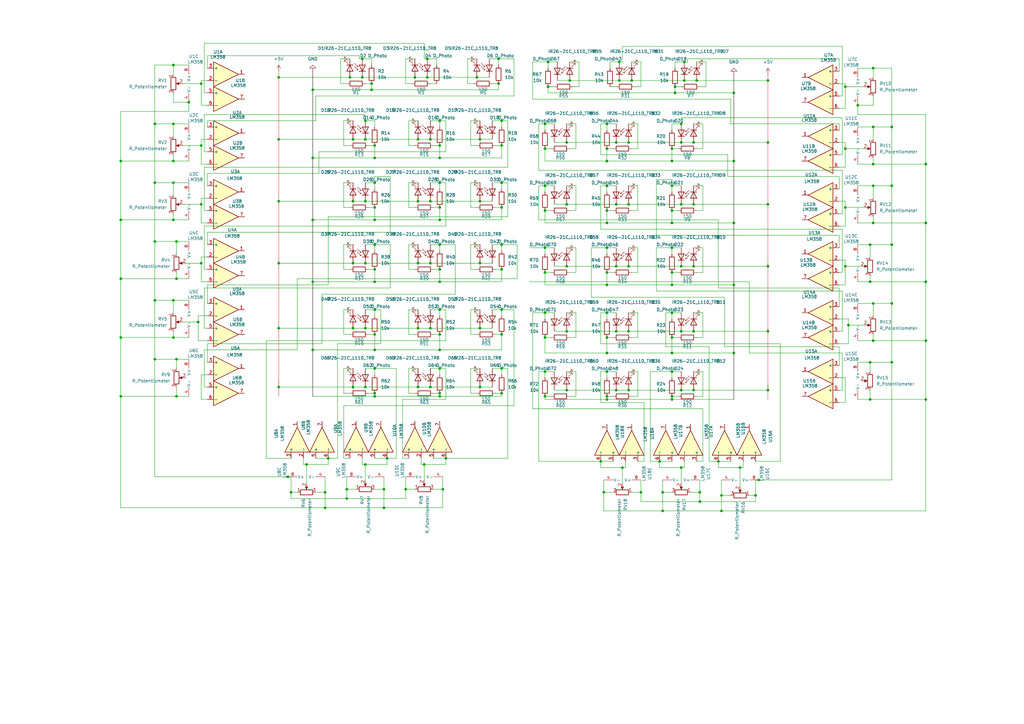
<source format=kicad_sch>
(kicad_sch (version 20250114) (generator "eeschema") (generator_version "9.0")
  (paper "A3")
  (junction (at 63.5 50.8))
  (junction (at 284.48 58.42))
  (junction (at 279.4 58.42))
  (junction (at 171.45 82.55))
  (junction (at 365.76 100.33))
  (junction (at 287.02 205.74))
  (junction (at 180.34 49.53))
  (junction (at 173.99 190.5))
  (junction (at 142.24 204.47))
  (junction (at 153.67 127))
  (junction (at 223.52 162.56))
  (junction (at 180.34 115.57))
  (junction (at 81.28 132.08))
  (junction (at 248.92 111.76))
  (junction (at 128.27 115.57))
  (junction (at 125.73 190.5))
  (junction (at 176.53 82.55))
  (junction (at 379.73 163.83))
  (junction (at 72.39 114.3))
  (junction (at 144.78 134.62))
  (junction (at 149.86 49.53))
  (junction (at 180.34 143.51))
  (junction (at 232.41 135.89))
  (junction (at 279.4 191.77))
  (junction (at 205.74 59.69))
  (junction (at 275.59 86.36))
  (junction (at 128.27 64.77))
  (junction (at 196.85 134.62))
  (junction (at 71.12 74.93))
  (junction (at 180.34 151.13))
  (junction (at 153.67 151.13))
  (junction (at 181.61 200.66))
  (junction (at 128.27 36.83))
  (junction (at 223.52 128.27))
  (junction (at 133.35 208.28))
  (junction (at 356.87 100.33))
  (junction (at 223.52 138.43))
  (junction (at 254 25.4))
  (junction (at 300.99 144.78))
  (junction (at 171.45 57.15))
  (junction (at 346.71 109.22))
  (junction (at 358.14 124.46))
  (junction (at 275.59 116.84))
  (junction (at 180.34 64.77))
  (junction (at 358.14 91.44))
  (junction (at 275.59 66.04))
  (junction (at 180.34 137.16))
  (junction (at 82.55 107.95))
  (junction (at 346.71 85.09))
  (junction (at 284.48 109.22))
  (junction (at 314.96 135.89))
  (junction (at 196.85 158.75))
  (junction (at 72.39 99.06))
  (junction (at 248.92 144.78))
  (junction (at 158.75 187.96))
  (junction (at 153.67 143.51))
  (junction (at 248.92 86.36))
  (junction (at 82.55 83.82))
  (junction (at 149.86 82.55))
  (junction (at 114.3 57.15))
  (junction (at 133.35 201.93))
  (junction (at 275.59 144.78))
  (junction (at 248.92 116.84))
  (junction (at 248.92 66.04))
  (junction (at 82.55 59.69))
  (junction (at 351.79 43.18))
  (junction (at 71.12 138.43))
  (junction (at 82.55 34.29))
  (junction (at 180.34 100.33))
  (junction (at 300.99 38.1))
  (junction (at 175.26 31.75))
  (junction (at 157.48 208.28))
  (junction (at 248.92 138.43))
  (junction (at 223.52 60.96))
  (junction (at 144.78 82.55))
  (junction (at 275.59 101.6))
  (junction (at 356.87 115.57))
  (junction (at 205.74 100.33))
  (junction (at 259.08 33.02))
  (junction (at 153.67 162.56))
  (junction (at 171.45 107.95))
  (junction (at 280.67 33.02))
  (junction (at 252.73 109.22))
  (junction (at 176.53 158.75))
  (junction (at 248.92 152.4))
  (junction (at 49.53 114.3))
  (junction (at 314.96 83.82))
  (junction (at 252.73 160.02))
  (junction (at 311.15 196.85))
  (junction (at 180.34 90.17))
  (junction (at 254 33.02))
  (junction (at 248.92 60.96))
  (junction (at 153.67 161.29))
  (junction (at 347.98 133.35))
  (junction (at 72.39 162.56))
  (junction (at 285.75 33.02))
  (junction (at 153.67 100.33))
  (junction (at 71.12 26.67))
  (junction (at 180.34 74.93))
  (junction (at 358.14 67.31))
  (junction (at 223.52 111.76))
  (junction (at 153.67 115.57))
  (junction (at 275.59 60.96))
  (junction (at 232.41 160.02))
  (junction (at 279.4 83.82))
  (junction (at 196.85 57.15))
  (junction (at 358.14 139.7))
  (junction (at 204.47 24.13))
  (junction (at 152.4 34.29))
  (junction (at 224.79 35.56))
  (junction (at 114.3 158.75))
  (junction (at 279.4 160.02))
  (junction (at 233.68 33.02))
  (junction (at 275.59 76.2))
  (junction (at 314.96 160.02))
  (junction (at 153.67 74.93))
  (junction (at 148.59 24.13))
  (junction (at 49.53 162.56))
  (junction (at 128.27 90.17))
  (junction (at 176.53 107.95))
  (junction (at 119.38 201.93))
  (junction (at 71.12 90.17))
  (junction (at 153.67 59.69))
  (junction (at 284.48 83.82))
  (junction (at 252.73 135.89))
  (junction (at 63.5 147.32))
  (junction (at 205.74 137.16))
  (junction (at 365.76 76.2))
  (junction (at 176.53 134.62))
  (junction (at 270.51 189.23))
  (junction (at 314.96 58.42))
  (junction (at 271.78 209.55))
  (junction (at 248.92 50.8))
  (junction (at 153.67 137.16))
  (junction (at 314.96 33.02))
  (junction (at 180.34 161.29))
  (junction (at 153.67 64.77))
  (junction (at 275.59 162.56))
  (junction (at 314.96 109.22))
  (junction (at 257.81 83.82))
  (junction (at 379.73 139.7))
  (junction (at 77.47 41.91))
  (junction (at 252.73 83.82))
  (junction (at 275.59 111.76))
  (junction (at 180.34 59.69))
  (junction (at 365.76 124.46))
  (junction (at 279.4 135.89))
  (junction (at 303.53 191.77))
  (junction (at 379.73 91.44))
  (junction (at 356.87 148.59))
  (junction (at 171.45 134.62))
  (junction (at 358.14 27.94))
  (junction (at 257.81 160.02))
  (junction (at 204.47 34.29))
  (junction (at 257.81 135.89))
  (junction (at 196.85 82.55))
  (junction (at 223.52 86.36))
  (junction (at 346.71 35.56))
  (junction (at 275.59 91.44))
  (junction (at 148.59 31.75))
  (junction (at 248.92 128.27))
  (junction (at 248.92 91.44))
  (junction (at 275.59 138.43))
  (junction (at 276.86 35.56))
  (junction (at 295.91 209.55))
  (junction (at 365.76 52.07))
  (junction (at 279.4 50.8))
  (junction (at 134.62 187.96))
  (junction (at 196.85 107.95))
  (junction (at 49.53 138.43))
  (junction (at 180.34 110.49))
  (junction (at 248.92 162.56))
  (junction (at 300.99 116.84))
  (junction (at 153.67 90.17))
  (junction (at 257.81 109.22))
  (junction (at 205.74 161.29))
  (junction (at 49.53 90.17))
  (junction (at 180.34 162.56))
  (junction (at 255.27 191.77))
  (junction (at 114.3 107.95))
  (junction (at 280.67 25.4))
  (junction (at 295.91 203.2))
  (junction (at 128.27 143.51))
  (junction (at 205.74 49.53))
  (junction (at 223.52 50.8))
  (junction (at 247.65 201.93))
  (junction (at 257.81 58.42))
  (junction (at 223.52 76.2))
  (junction (at 170.18 31.75))
  (junction (at 224.79 25.4))
  (junction (at 223.52 152.4))
  (junction (at 379.73 67.31))
  (junction (at 114.3 31.75))
  (junction (at 262.89 201.93))
  (junction (at 63.5 74.93))
  (junction (at 271.78 201.93))
  (junction (at 153.67 85.09))
  (junction (at 232.41 109.22))
  (junction (at 175.26 24.13))
  (junction (at 309.88 203.2))
  (junction (at 252.73 58.42))
  (junction (at 358.14 76.2))
  (junction (at 358.14 52.07))
  (junction (at 195.58 31.75))
  (junction (at 205.74 151.13))
  (junction (at 365.76 148.59))
  (junction (at 205.74 110.49))
  (junction (at 143.51 31.75))
  (junction (at 205.74 127))
  (junction (at 346.71 60.96))
  (junction (at 180.34 127))
  (junction (at 149.86 107.95))
  (junction (at 275.59 128.27))
  (junction (at 356.87 163.83))
  (junction (at 246.38 189.23))
  (junction (at 300.99 91.44))
  (junction (at 71.12 66.04))
  (junction (at 276.86 38.1))
  (junction (at 142.24 200.66))
  (junction (at 287.02 201.93))
  (junction (at 71.12 50.8))
  (junction (at 49.53 66.04))
  (junction (at 248.92 76.2))
  (junction (at 182.88 187.96))
  (junction (at 144.78 158.75))
  (junction (at 176.53 57.15))
  (junction (at 157.48 200.66))
  (junction (at 71.12 123.19))
  (junction (at 149.86 57.15))
  (junction (at 149.86 158.75))
  (junction (at 152.4 36.83))
  (junction (at 275.59 163.83))
  (junction (at 248.92 163.83))
  (junction (at 149.86 134.62))
  (junction (at 232.41 83.82))
  (junction (at 144.78 57.15))
  (junction (at 144.78 107.95))
  (junction (at 205.74 74.93))
  (junction (at 114.3 134.62))
  (junction (at 284.48 160.02))
  (junction (at 232.41 58.42))
  (junction (at 294.64 189.23))
  (junction (at 248.92 101.6))
  (junction (at 72.39 147.32))
  (junction (at 63.5 123.19))
  (junction (at 118.11 195.58))
  (junction (at 284.48 135.89))
  (junction (at 153.67 110.49))
  (junction (at 63.5 99.06))
  (junction (at 379.73 115.57))
  (junction (at 114.3 82.55))
  (junction (at 166.37 200.66))
  (junction (at 180.34 85.09))
  (junction (at 205.74 85.09))
  (junction (at 279.4 109.22))
  (junction (at 300.99 66.04))
  (junction (at 275.59 152.4))
  (junction (at 171.45 158.75))
  (junction (at 223.52 101.6))
  (junction (at 149.86 190.5))
  (wire (pts (xy 303.53 191.77) (xy 303.53 199.39)))
  (wire (pts (xy 167.64 74.93) (xy 167.64 85.09)))
  (wire (pts (xy 226.06 138.43) (xy 223.52 138.43)))
  (wire (pts (xy 275.59 91.44) (xy 300.99 91.44)))
  (wire (pts (xy 379.73 163.83) (xy 379.73 209.55)))
  (wire (pts (xy 208.28 49.53) (xy 205.74 49.53)))
  (wire (pts (xy 167.64 110.49) (xy 170.18 110.49)))
  (wire (pts (xy 63.5 99.06) (xy 72.39 99.06)))
  (wire (pts (xy 299.72 189.23) (xy 294.64 189.23)))
  (wire (pts (xy 287.02 201.93) (xy 287.02 205.74)))
  (wire (pts (xy 153.67 115.57) (xy 128.27 115.57)))
  (wire (pts (xy 143.51 24.13) (xy 139.7 24.13)))
  (wire (pts (xy 151.13 137.16) (xy 153.67 137.16)))
  (wire (pts (xy 365.76 76.2) (xy 365.76 100.33)))
  (wire (pts (xy 280.67 33.02) (xy 259.08 33.02)))
  (wire (pts (xy 201.93 127) (xy 205.74 127)))
  (wire (pts (xy 358.14 52.07) (xy 358.14 57.15)))
  (wire (pts (xy 275.59 116.84) (xy 300.99 116.84)))
  (wire (pts (xy 237.49 25.4) (xy 237.49 35.56)))
  (wire (pts (xy 140.97 137.16) (xy 143.51 137.16)))
  (wire (pts (xy 82.55 115.57) (xy 85.09 115.57)))
  (wire (pts (xy 153.67 59.69) (xy 153.67 64.77)))
  (wire (pts (xy 182.88 139.7) (xy 182.88 127)))
  (wire (pts (xy 285.75 25.4) (xy 289.56 25.4)))
  (wire (pts (xy 232.41 101.6) (xy 236.22 101.6)))
  (wire (pts (xy 242.57 101.6) (xy 248.92 101.6)))
  (wire (pts (xy 160.02 118.11) (xy 160.02 100.33)))
  (wire (pts (xy 193.04 100.33) (xy 193.04 110.49)))
  (wire (pts (xy 227.33 101.6) (xy 223.52 101.6)))
  (wire (pts (xy 144.78 134.62) (xy 114.3 134.62)))
  (wire (pts (xy 153.67 151.13) (xy 153.67 153.67)))
  (wire (pts (xy 182.88 190.5) (xy 182.88 187.96)))
  (wire (pts (xy 114.3 31.75) (xy 114.3 57.15)) (stroke (width 0) (color 255 30 55 1)))
  (wire (pts (xy 140.97 110.49) (xy 143.51 110.49)))
  (wire (pts (xy 177.8 137.16) (xy 180.34 137.16)))
  (wire (pts (xy 83.82 143.51) (xy 121.92 143.51)))
  (wire (pts (xy 82.55 67.31) (xy 85.09 67.31)))
  (wire (pts (xy 379.73 139.7) (xy 379.73 163.83)))
  (wire (pts (xy 284.48 128.27) (xy 288.29 128.27)))
  (wire (pts (xy 275.59 144.78) (xy 248.92 144.78)))
  (wire (pts (xy 246.38 93.98) (xy 246.38 76.2)))
  (wire (pts (xy 167.64 127) (xy 167.64 137.16)))
  (wire (pts (xy 345.44 135.89) (xy 345.44 119.38)))
  (wire (pts (xy 358.14 52.07) (xy 351.79 52.07)))
  (wire (pts (xy 153.67 143.51) (xy 180.34 143.51)))
  (wire (pts (xy 223.52 60.96) (xy 223.52 66.04)))
  (wire (pts (xy 71.12 74.93) (xy 71.12 80.01)))
  (wire (pts (xy 208.28 88.9) (xy 208.28 74.93)))
  (wire (pts (xy 314.96 135.89) (xy 314.96 160.02)) (stroke (width 0) (color 255 30 55 1)))
  (wire (pts (xy 85.09 76.2) (xy 85.09 71.12)))
  (wire (pts (xy 365.76 76.2) (xy 358.14 76.2)))
  (wire (pts (xy 176.53 107.95) (xy 196.85 107.95)))
  (wire (pts (xy 345.44 111.76) (xy 345.44 93.98)))
  (wire (pts (xy 294.64 90.17) (xy 220.98 90.17)))
  (wire (pts (xy 351.79 46.99) (xy 379.73 46.99)))
  (wire (pts (xy 77.47 26.67) (xy 71.12 26.67)))
  (wire (pts (xy 344.17 135.89) (xy 345.44 135.89)))
  (wire (pts (xy 149.86 46.99) (xy 83.82 46.99)))
  (wire (pts (xy 140.97 127) (xy 140.97 137.16)))
  (wire (pts (xy 85.09 124.46) (xy 85.09 116.84)))
  (wire (pts (xy 247.65 209.55) (xy 271.78 209.55)))
  (wire (pts (xy 130.81 71.12) (xy 130.81 62.23)))
  (wire (pts (xy 71.12 26.67) (xy 71.12 30.48)))
  (wire (pts (xy 63.5 147.32) (xy 63.5 195.58)))
  (wire (pts (xy 140.97 100.33) (xy 140.97 110.49)))
  (wire (pts (xy 186.69 100.33) (xy 180.34 100.33)))
  (wire (pts (xy 114.3 107.95) (xy 114.3 106.68)))
  (wire (pts (xy 288.29 189.23) (xy 288.29 167.64)))
  (wire (pts (xy 220.98 50.8) (xy 223.52 50.8)))
  (wire (pts (xy 288.29 101.6) (xy 288.29 111.76)))
  (wire (pts (xy 271.78 201.93) (xy 271.78 209.55)))
  (wire (pts (xy 257.81 50.8) (xy 261.62 50.8)))
  (wire (pts (xy 232.41 152.4) (xy 236.22 152.4)))
  (wire (pts (xy 153.67 110.49) (xy 153.67 115.57)))
  (wire (pts (xy 264.16 165.1) (xy 246.38 165.1)))
  (wire (pts (xy 248.92 116.84) (xy 275.59 116.84)))
  (wire (pts (xy 165.1 163.83) (xy 182.88 163.83)))
  (wire (pts (xy 71.12 50.8) (xy 71.12 55.88)))
  (wire (pts (xy 314.96 58.42) (xy 284.48 58.42)))
  (wire (pts (xy 158.75 187.96) (xy 162.56 187.96)))
  (wire (pts (xy 71.12 138.43) (xy 49.53 138.43)))
  (wire (pts (xy 82.55 81.28) (xy 82.55 83.82)))
  (wire (pts (xy 246.38 191.77) (xy 246.38 189.23)))
  (wire (pts (xy 275.59 101.6) (xy 275.59 104.14)))
  (wire (pts (xy 134.62 187.96) (xy 138.43 187.96)))
  (wire (pts (xy 344.17 101.6) (xy 344.17 96.52)))
  (wire (pts (xy 288.29 167.64) (xy 218.44 167.64)))
  (wire (pts (xy 180.34 85.09) (xy 180.34 90.17)))
  (wire (pts (xy 171.45 151.13) (xy 167.64 151.13)))
  (wire (pts (xy 140.97 187.96) (xy 140.97 166.37)))
  (wire (pts (xy 125.73 190.5) (xy 125.73 198.12)))
  (wire (pts (xy 166.37 24.13) (xy 166.37 34.29)))
  (wire (pts (xy 275.59 73.66) (xy 275.59 76.2)))
  (wire (pts (xy 269.24 73.66) (xy 275.59 73.66)))
  (wire (pts (xy 261.62 128.27) (xy 261.62 138.43)))
  (wire (pts (xy 223.52 116.84) (xy 248.92 116.84)))
  (wire (pts (xy 307.34 144.78) (xy 307.34 115.57)))
  (wire (pts (xy 250.19 25.4) (xy 250.19 27.94)))
  (wire (pts (xy 344.17 149.86) (xy 344.17 142.24)))
  (wire (pts (xy 345.44 87.63) (xy 345.44 69.85)))
  (wire (pts (xy 236.22 128.27) (xy 236.22 138.43)))
  (wire (pts (xy 314.96 160.02) (xy 314.96 163.83)) (stroke (width 0) (color 255 30 55 1)))
  (wire (pts (xy 300.99 91.44) (xy 300.99 116.84)) (stroke (width 0) (color 26 0 0 1)))
  (wire (pts (xy 172.72 190.5) (xy 173.99 190.5)))
  (wire (pts (xy 77.47 41.91) (xy 77.47 45.72)))
  (wire (pts (xy 220.98 76.2) (xy 223.52 76.2)))
  (wire (pts (xy 205.74 64.77) (xy 180.34 64.77)))
  (wire (pts (xy 153.67 187.96) (xy 158.75 187.96)))
  (wire (pts (xy 175.26 31.75) (xy 195.58 31.75)))
  (wire (pts (xy 353.06 109.22) (xy 346.71 109.22)))
  (wire (pts (xy 128.27 90.17) (xy 128.27 115.57)) (stroke (width 0) (color 26 0 0 1)))
  (wire (pts (xy 285.75 189.23) (xy 288.29 189.23)))
  (wire (pts (xy 149.86 158.75) (xy 171.45 158.75)))
  (wire (pts (xy 196.85 82.55) (xy 201.93 82.55)))
  (wire (pts (xy 205.74 49.53) (xy 205.74 52.07)))
  (wire (pts (xy 49.53 162.56) (xy 49.53 208.28)))
  (wire (pts (xy 167.64 187.96) (xy 165.1 187.96)))
  (wire (pts (xy 82.55 107.95) (xy 82.55 115.57)))
  (wire (pts (xy 270.51 189.23) (xy 266.7 189.23)))
  (wire (pts (xy 226.06 111.76) (xy 223.52 111.76)))
  (wire (pts (xy 223.52 152.4) (xy 223.52 154.94)))
  (wire (pts (xy 289.56 35.56) (xy 287.02 35.56)))
  (wire (pts (xy 344.17 87.63) (xy 345.44 87.63)))
  (wire (pts (xy 181.61 208.28) (xy 157.48 208.28)))
  (wire (pts (xy 72.39 162.56) (xy 77.47 162.56)))
  (wire (pts (xy 140.97 85.09) (xy 143.51 85.09)))
  (wire (pts (xy 210.82 39.37) (xy 210.82 24.13)))
  (wire (pts (xy 379.73 91.44) (xy 379.73 115.57)))
  (wire (pts (xy 82.55 57.15) (xy 82.55 59.69)))
  (wire (pts (xy 346.71 34.29) (xy 346.71 35.56)))
  (wire (pts (xy 182.88 74.93) (xy 180.34 74.93)))
  (wire (pts (xy 144.78 74.93) (xy 140.97 74.93)))
  (wire (pts (xy 344.17 34.29) (xy 346.71 34.29)))
  (wire (pts (xy 252.73 83.82) (xy 232.41 83.82)))
  (wire (pts (xy 176.53 151.13) (xy 180.34 151.13)))
  (wire (pts (xy 314.96 83.82) (xy 284.48 83.82)))
  (wire (pts (xy 153.67 90.17) (xy 128.27 90.17)))
  (wire (pts (xy 121.92 201.93) (xy 119.38 201.93)))
  (wire (pts (xy 279.4 50.8) (xy 279.4 48.26)))
  (wire (pts (xy 153.67 85.09) (xy 153.67 90.17)))
  (wire (pts (xy 261.62 50.8) (xy 261.62 60.96)))
  (wire (pts (xy 365.76 100.33) (xy 356.87 100.33)))
  (wire (pts (xy 294.64 191.77) (xy 294.64 189.23)))
  (wire (pts (xy 279.4 48.26) (xy 345.44 48.26)))
  (wire (pts (xy 246.38 140.97) (xy 246.38 128.27)))
  (wire (pts (xy 247.65 201.93) (xy 247.65 196.85)))
  (wire (pts (xy 344.17 29.21) (xy 344.17 24.13)))
  (wire (pts (xy 251.46 162.56) (xy 248.92 162.56)))
  (wire (pts (xy 252.73 152.4) (xy 248.92 152.4)))
  (wire (pts (xy 256.54 191.77) (xy 255.27 191.77)))
  (wire (pts (xy 176.53 127) (xy 180.34 127)))
  (wire (pts (xy 186.69 120.65) (xy 186.69 100.33)))
  (wire (pts (xy 167.64 100.33) (xy 167.64 110.49)))
  (wire (pts (xy 314.96 109.22) (xy 314.96 135.89)) (stroke (width 0) (color 255 30 55 1)))
  (wire (pts (xy 114.3 29.21) (xy 114.3 31.75)) (stroke (width 0) (color 255 30 55 1)))
  (wire (pts (xy 347.98 133.35) (xy 347.98 140.97)))
  (wire (pts (xy 208.28 187.96) (xy 208.28 151.13)))
  (wire (pts (xy 132.08 140.97) (xy 132.08 120.65)))
  (wire (pts (xy 279.4 191.77) (xy 270.51 191.77)))
  (wire (pts (xy 218.44 167.64) (xy 218.44 128.27)))
  (wire (pts (xy 85.09 134.62) (xy 83.82 134.62)))
  (wire (pts (xy 63.5 26.67) (xy 63.5 50.8)))
  (wire (pts (xy 297.18 121.92) (xy 242.57 121.92)))
  (wire (pts (xy 358.14 88.9) (xy 358.14 91.44)))
  (wire (pts (xy 182.88 151.13) (xy 180.34 151.13)))
  (wire (pts (xy 63.5 50.8) (xy 63.5 74.93)))
  (wire (pts (xy 379.73 46.99) (xy 379.73 67.31)))
  (wire (pts (xy 147.32 22.86) (xy 147.32 24.13)))
  (wire (pts (xy 203.2 137.16) (xy 205.74 137.16)))
  (wire (pts (xy 354.33 85.09) (xy 346.71 85.09)))
  (wire (pts (xy 49.53 114.3) (xy 49.53 138.43)))
  (wire (pts (xy 236.22 60.96) (xy 233.68 60.96)))
  (wire (pts (xy 259.08 25.4) (xy 262.89 25.4)))
  (wire (pts (xy 63.5 74.93) (xy 63.5 99.06)))
  (wire (pts (xy 85.09 22.86) (xy 147.32 22.86)))
  (wire (pts (xy 287.02 196.85) (xy 287.02 201.93)))
  (wire (pts (xy 165.1 187.96) (xy 165.1 163.83)))
  (wire (pts (xy 176.53 57.15) (xy 196.85 57.15)))
  (wire (pts (xy 180.34 100.33) (xy 180.34 102.87)))
  (wire (pts (xy 252.73 160.02) (xy 232.41 160.02)))
  (wire (pts (xy 162.56 151.13) (xy 153.67 151.13)))
  (wire (pts (xy 196.85 107.95) (xy 201.93 107.95)))
  (wire (pts (xy 345.44 119.38) (xy 269.24 119.38)))
  (wire (pts (xy 288.29 138.43) (xy 285.75 138.43)))
  (wire (pts (xy 279.4 152.4) (xy 275.59 152.4)))
  (wire (pts (xy 304.8 191.77) (xy 303.53 191.77)))
  (wire (pts (xy 365.76 148.59) (xy 356.87 148.59)))
  (wire (pts (xy 218.44 128.27) (xy 223.52 128.27)))
  (wire (pts (xy 204.47 24.13) (xy 204.47 26.67)))
  (wire (pts (xy 288.29 76.2) (xy 288.29 86.36)))
  (wire (pts (xy 129.54 49.53) (xy 129.54 39.37)))
  (wire (pts (xy 297.18 142.24) (xy 297.18 121.92)))
  (wire (pts (xy 177.8 200.66) (xy 181.61 200.66)))
  (wire (pts (xy 255.27 25.4) (xy 254 25.4)))
  (wire (pts (xy 345.44 63.5) (xy 344.17 63.5)))
  (wire (pts (xy 223.52 91.44) (xy 248.92 91.44)))
  (wire (pts (xy 142.24 200.66) (xy 142.24 204.47)))
  (wire (pts (xy 83.82 86.36) (xy 83.82 68.58)))
  (wire (pts (xy 346.71 106.68) (xy 346.71 109.22)))
  (wire (pts (xy 358.14 64.77) (xy 358.14 67.31)))
  (wire (pts (xy 236.22 50.8) (xy 236.22 60.96)))
  (wire (pts (xy 140.97 74.93) (xy 140.97 85.09)))
  (wire (pts (xy 227.33 35.56) (xy 224.79 35.56)))
  (wire (pts (xy 171.45 49.53) (xy 167.64 49.53)))
  (wire (pts (xy 182.88 127) (xy 180.34 127)))
  (wire (pts (xy 201.93 100.33) (xy 205.74 100.33)))
  (wire (pts (xy 246.38 76.2) (xy 248.92 76.2)))
  (wire (pts (xy 144.78 57.15) (xy 149.86 57.15)))
  (wire (pts (xy 220.98 69.85) (xy 220.98 50.8)))
  (wire (pts (xy 356.87 163.83) (xy 351.79 163.83)))
  (wire (pts (xy 284.48 50.8) (xy 288.29 50.8)))
  (wire (pts (xy 276.86 38.1) (xy 300.99 38.1)))
  (wire (pts (xy 148.59 31.75) (xy 170.18 31.75)))
  (wire (pts (xy 171.45 74.93) (xy 167.64 74.93)))
  (wire (pts (xy 279.4 135.89) (xy 257.81 135.89)))
  (wire (pts (xy 149.86 49.53) (xy 149.86 46.99)))
  (wire (pts (xy 273.05 128.27) (xy 275.59 128.27)))
  (wire (pts (xy 167.64 151.13) (xy 167.64 161.29)))
  (wire (pts (xy 128.27 36.83) (xy 128.27 64.77)) (stroke (width 0) (color 26 0 0 1)))
  (wire (pts (xy 71.12 135.89) (xy 71.12 138.43)))
  (wire (pts (xy 171.45 82.55) (xy 176.53 82.55)))
  (wire (pts (xy 271.78 209.55) (xy 295.91 209.55)))
  (wire (pts (xy 128.27 143.51) (xy 128.27 162.56)) (stroke (width 0) (color 26 0 0 1)))
  (wire (pts (xy 124.46 190.5) (xy 125.73 190.5)))
  (wire (pts (xy 144.78 127) (xy 140.97 127)))
  (wire (pts (xy 191.77 24.13) (xy 191.77 34.29)))
  (wire (pts (xy 346.71 109.22) (xy 346.71 116.84)))
  (wire (pts (xy 153.67 100.33) (xy 153.67 102.87)))
  (wire (pts (xy 252.73 50.8) (xy 248.92 50.8)))
  (wire (pts (xy 271.78 201.93) (xy 271.78 196.85)))
  (wire (pts (xy 358.14 76.2) (xy 358.14 81.28)))
  (wire (pts (xy 287.02 205.74) (xy 309.88 205.74)))
  (wire (pts (xy 356.87 163.83) (xy 379.73 163.83)))
  (wire (pts (xy 358.14 67.31) (xy 351.79 67.31)))
  (wire (pts (xy 223.52 163.83) (xy 248.92 163.83)))
  (wire (pts (xy 358.14 39.37) (xy 358.14 43.18)))
  (wire (pts (xy 109.22 187.96) (xy 109.22 139.7)))
  (wire (pts (xy 356.87 105.41) (xy 356.87 100.33)))
  (wire (pts (xy 205.74 59.69) (xy 205.74 64.77)))
  (wire (pts (xy 223.52 76.2) (xy 223.52 78.74)))
  (wire (pts (xy 356.87 148.59) (xy 351.79 148.59)))
  (wire (pts (xy 149.86 49.53) (xy 153.67 49.53)))
  (wire (pts (xy 299.72 40.64) (xy 218.44 40.64)))
  (wire (pts (xy 151.13 161.29) (xy 153.67 161.29)))
  (wire (pts (xy 275.59 76.2) (xy 275.59 78.74)))
  (wire (pts (xy 284.48 160.02) (xy 314.96 160.02)))
  (wire (pts (xy 344.17 130.81) (xy 347.98 130.81)))
  (wire (pts (xy 63.5 123.19) (xy 63.5 147.32)))
  (wire (pts (xy 85.09 105.41) (xy 82.55 105.41)))
  (wire (pts (xy 128.27 29.21) (xy 128.27 36.83)) (stroke (width 0) (color 26 0 0 1)))
  (wire (pts (xy 248.92 76.2) (xy 248.92 78.74)))
  (wire (pts (xy 232.41 76.2) (xy 236.22 76.2)))
  (wire (pts (xy 160.02 95.25) (xy 160.02 72.39)))
  (wire (pts (xy 72.39 111.76) (xy 72.39 114.3)))
  (wire (pts (xy 314.96 160.02) (xy 314.96 157.48)))
  (wire (pts (xy 358.14 139.7) (xy 379.73 139.7)))
  (wire (pts (xy 285.75 33.02) (xy 280.67 33.02)))
  (wire (pts (xy 344.17 111.76) (xy 345.44 111.76)))
  (wire (pts (xy 266.7 152.4) (xy 275.59 152.4)))
  (wire (pts (xy 193.04 49.53) (xy 193.04 59.69)))
  (wire (pts (xy 49.53 90.17) (xy 71.12 90.17)))
  (wire (pts (xy 257.81 101.6) (xy 261.62 101.6)))
  (wire (pts (xy 226.06 86.36) (xy 223.52 86.36)))
  (wire (pts (xy 144.78 158.75) (xy 149.86 158.75)))
  (wire (pts (xy 279.4 160.02) (xy 257.81 160.02)))
  (wire (pts (xy 204.47 36.83) (xy 204.47 34.29)))
  (wire (pts (xy 171.45 107.95) (xy 176.53 107.95)))
  (wire (pts (xy 358.14 139.7) (xy 351.79 139.7)))
  (wire (pts (xy 128.27 115.57) (xy 128.27 143.51)) (stroke (width 0) (color 26 0 0 1)))
  (wire (pts (xy 193.04 151.13) (xy 193.04 161.29)))
  (wire (pts (xy 205.74 74.93) (xy 205.74 77.47)))
  (wire (pts (xy 358.14 91.44) (xy 351.79 91.44)))
  (wire (pts (xy 71.12 41.91) (xy 77.47 41.91)))
  (wire (pts (xy 176.53 82.55) (xy 196.85 82.55)))
  (wire (pts (xy 85.09 110.49) (xy 83.82 110.49)))
  (wire (pts (xy 196.85 158.75) (xy 201.93 158.75)))
  (wire (pts (xy 114.3 57.15) (xy 114.3 82.55)) (stroke (width 0) (color 255 30 55 1)))
  (wire (pts (xy 81.28 129.54) (xy 81.28 132.08)))
  (wire (pts (xy 205.74 143.51) (xy 180.34 143.51)))
  (wire (pts (xy 279.4 83.82) (xy 257.81 83.82)))
  (wire (pts (xy 278.13 60.96) (xy 275.59 60.96)))
  (wire (pts (xy 314.96 30.48) (xy 314.96 33.02)) (stroke (width 0) (color 255 30 55 1)))
  (wire (pts (xy 287.02 205.74) (xy 262.89 205.74)))
  (wire (pts (xy 246.38 63.5) (xy 246.38 50.8)))
  (wire (pts (xy 294.64 118.11) (xy 294.64 90.17)))
  (wire (pts (xy 195.58 24.13) (xy 191.77 24.13)))
  (wire (pts (xy 149.86 100.33) (xy 153.67 100.33)))
  (wire (pts (xy 176.53 49.53) (xy 180.34 49.53)))
  (wire (pts (xy 220.98 152.4) (xy 223.52 152.4)))
  (wire (pts (xy 223.52 162.56) (xy 223.52 163.83)))
  (wire (pts (xy 72.39 99.06) (xy 77.47 99.06)))
  (wire (pts (xy 201.93 151.13) (xy 205.74 151.13)))
  (wire (pts (xy 82.55 59.69) (xy 82.55 67.31)))
  (wire (pts (xy 210.82 166.37) (xy 210.82 127)))
  (wire (pts (xy 270.51 191.77) (xy 270.51 189.23)))
  (wire (pts (xy 358.14 43.18) (xy 351.79 43.18)))
  (wire (pts (xy 346.71 60.96) (xy 346.71 68.58)))
  (wire (pts (xy 160.02 72.39) (xy 153.67 72.39)))
  (wire (pts (xy 196.85 127) (xy 193.04 127)))
  (wire (pts (xy 279.4 128.27) (xy 275.59 128.27)))
  (wire (pts (xy 119.38 187.96) (xy 109.22 187.96)))
  (wire (pts (xy 344.17 96.52) (xy 269.24 96.52)))
  (wire (pts (xy 248.92 128.27) (xy 248.92 130.81)))
  (wire (pts (xy 354.33 60.96) (xy 346.71 60.96)))
  (wire (pts (xy 288.29 162.56) (xy 285.75 162.56)))
  (wire (pts (xy 248.92 91.44) (xy 275.59 91.44)))
  (wire (pts (xy 346.71 92.71) (xy 344.17 92.71)))
  (wire (pts (xy 49.53 45.72) (xy 49.53 66.04)))
  (wire (pts (xy 203.2 110.49) (xy 205.74 110.49)))
  (wire (pts (xy 181.61 200.66) (xy 181.61 208.28)))
  (wire (pts (xy 347.98 140.97) (xy 344.17 140.97)))
  (wire (pts (xy 242.57 121.92) (xy 242.57 101.6)))
  (wire (pts (xy 142.24 204.47) (xy 166.37 204.47)))
  (wire (pts (xy 223.52 86.36) (xy 223.52 91.44)))
  (wire (pts (xy 262.89 205.74) (xy 262.89 201.93)))
  (wire (pts (xy 182.88 92.71) (xy 182.88 74.93)))
  (wire (pts (xy 149.86 74.93) (xy 153.67 74.93)))
  (wire (pts (xy 220.98 90.17) (xy 220.98 76.2)))
  (wire (pts (xy 228.6 25.4) (xy 224.79 25.4)))
  (wire (pts (xy 140.97 161.29) (xy 143.51 161.29)))
  (wire (pts (xy 314.96 135.89) (xy 314.96 134.62)))
  (wire (pts (xy 290.83 142.24) (xy 273.05 142.24)))
  (wire (pts (xy 303.53 191.77) (xy 294.64 191.77)))
  (wire (pts (xy 157.48 200.66) (xy 157.48 208.28)))
  (wire (pts (xy 254 33.02) (xy 233.68 33.02)))
  (wire (pts (xy 262.89 35.56) (xy 260.35 35.56)))
  (wire (pts (xy 128.27 64.77) (xy 128.27 90.17)) (stroke (width 0) (color 26 0 0 1)))
  (wire (pts (xy 309.88 196.85) (xy 309.88 203.2)))
  (wire (pts (xy 193.04 74.93) (xy 193.04 85.09)))
  (wire (pts (xy 49.53 208.28) (xy 133.35 208.28)))
  (wire (pts (xy 180.34 115.57) (xy 153.67 115.57)))
  (wire (pts (xy 252.73 58.42) (xy 232.41 58.42)))
  (wire (pts (xy 191.77 34.29) (xy 194.31 34.29)))
  (wire (pts (xy 166.37 200.66) (xy 166.37 195.58)))
  (wire (pts (xy 114.3 158.75) (xy 114.3 162.56)) (stroke (width 0) (color 255 30 55 1)))
  (wire (pts (xy 246.38 50.8) (xy 248.92 50.8)))
  (wire (pts (xy 358.14 27.94) (xy 365.76 27.94)))
  (wire (pts (xy 278.13 86.36) (xy 275.59 86.36)))
  (wire (pts (xy 261.62 111.76) (xy 259.08 111.76)))
  (wire (pts (xy 193.04 110.49) (xy 195.58 110.49)))
  (wire (pts (xy 170.18 24.13) (xy 166.37 24.13)))
  (wire (pts (xy 148.59 24.13) (xy 152.4 24.13)))
  (wire (pts (xy 181.61 200.66) (xy 181.61 195.58)))
  (wire (pts (xy 278.13 111.76) (xy 275.59 111.76)))
  (wire (pts (xy 344.17 72.39) (xy 298.45 72.39)))
  (wire (pts (xy 275.59 66.04) (xy 300.99 66.04)))
  (wire (pts (xy 114.3 107.95) (xy 114.3 134.62)) (stroke (width 0) (color 255 30 55 1)))
  (wire (pts (xy 134.62 190.5) (xy 134.62 187.96)))
  (wire (pts (xy 276.86 35.56) (xy 276.86 38.1)))
  (wire (pts (xy 72.39 114.3) (xy 49.53 114.3)))
  (wire (pts (xy 379.73 91.44) (xy 358.14 91.44)))
  (wire (pts (xy 166.37 34.29) (xy 168.91 34.29)))
  (wire (pts (xy 227.33 152.4) (xy 223.52 152.4)))
  (wire (pts (xy 83.82 92.71) (xy 182.88 92.71)))
  (wire (pts (xy 255.27 191.77) (xy 255.27 198.12)))
  (wire (pts (xy 201.93 34.29) (xy 204.47 34.29)))
  (wire (pts (xy 121.92 143.51) (xy 121.92 114.3)))
  (wire (pts (xy 85.09 38.1) (xy 83.82 38.1)))
  (wire (pts (xy 81.28 139.7) (xy 85.09 139.7)))
  (wire (pts (xy 223.52 144.78) (xy 248.92 144.78)))
  (wire (pts (xy 358.14 137.16) (xy 358.14 139.7)))
  (wire (pts (xy 356.87 100.33) (xy 351.79 100.33)))
  (wire (pts (xy 162.56 187.96) (xy 162.56 151.13)))
  (wire (pts (xy 156.21 140.97) (xy 156.21 127)))
  (wire (pts (xy 284.48 58.42) (xy 279.4 58.42)))
  (wire (pts (xy 205.74 90.17) (xy 180.34 90.17)))
  (wire (pts (xy 210.82 127) (xy 205.74 127)))
  (wire (pts (xy 236.22 111.76) (xy 233.68 111.76)))
  (wire (pts (xy 153.67 162.56) (xy 128.27 162.56)))
  (wire (pts (xy 252.73 35.56) (xy 250.19 35.56)))
  (wire (pts (xy 85.09 129.54) (xy 81.28 129.54)))
  (wire (pts (xy 314.96 109.22) (xy 314.96 107.95)))
  (wire (pts (xy 177.8 85.09) (xy 180.34 85.09)))
  (wire (pts (xy 275.59 144.78) (xy 300.99 144.78)))
  (wire (pts (xy 201.93 74.93) (xy 205.74 74.93)))
  (wire (pts (xy 281.94 25.4) (xy 280.67 25.4)))
  (wire (pts (xy 153.67 127) (xy 153.67 129.54)))
  (wire (pts (xy 344.17 39.37) (xy 345.44 39.37)))
  (wire (pts (xy 144.78 134.62) (xy 149.86 134.62)))
  (wire (pts (xy 346.71 58.42) (xy 346.71 60.96)))
  (wire (pts (xy 275.59 189.23) (xy 270.51 189.23)))
  (wire (pts (xy 232.41 109.22) (xy 227.33 109.22)))
  (wire (pts (xy 83.82 17.78) (xy 173.99 17.78)))
  (wire (pts (xy 71.12 138.43) (xy 77.47 138.43)))
  (wire (pts (xy 298.45 72.39) (xy 298.45 63.5)))
  (wire (pts (xy 208.28 74.93) (xy 205.74 74.93)))
  (wire (pts (xy 125.73 190.5) (xy 134.62 190.5)))
  (wire (pts (xy 344.17 125.73) (xy 344.17 118.11)))
  (wire (pts (xy 346.71 165.1) (xy 344.17 165.1)))
  (wire (pts (xy 140.97 59.69) (xy 143.51 59.69)))
  (wire (pts (xy 156.21 127) (xy 153.67 127)))
  (wire (pts (xy 257.81 83.82) (xy 252.73 83.82)))
  (wire (pts (xy 279.4 58.42) (xy 257.81 58.42)))
  (wire (pts (xy 153.67 161.29) (xy 153.67 162.56)))
  (wire (pts (xy 149.86 34.29) (xy 152.4 34.29)))
  (wire (pts (xy 351.79 27.94) (xy 358.14 27.94)))
  (wire (pts (xy 284.48 135.89) (xy 279.4 135.89)))
  (wire (pts (xy 351.79 43.18) (xy 351.79 46.99)))
  (wire (pts (xy 134.62 88.9) (xy 208.28 88.9)))
  (wire (pts (xy 82.55 83.82) (xy 82.55 91.44)))
  (wire (pts (xy 63.5 123.19) (xy 71.12 123.19)))
  (wire (pts (xy 365.76 52.07) (xy 365.76 76.2)))
  (wire (pts (xy 246.38 165.1) (xy 246.38 152.4)))
  (wire (pts (xy 119.38 201.93) (xy 119.38 204.47)))
  (wire (pts (xy 365.76 100.33) (xy 365.76 124.46)))
  (wire (pts (xy 74.93 34.29) (xy 82.55 34.29)))
  (wire (pts (xy 251.46 138.43) (xy 248.92 138.43)))
  (wire (pts (xy 180.34 151.13) (xy 180.34 153.67)))
  (wire (pts (xy 63.5 195.58) (xy 118.11 195.58)))
  (wire (pts (xy 280.67 191.77) (xy 279.4 191.77)))
  (wire (pts (xy 152.4 36.83) (xy 204.47 36.83)))
  (wire (pts (xy 346.71 35.56) (xy 346.71 44.45)))
  (wire (pts (xy 275.59 163.83) (xy 300.99 163.83)))
  (wire (pts (xy 365.76 196.85) (xy 311.15 196.85)))
  (wire (pts (xy 196.85 74.93) (xy 193.04 74.93)))
  (wire (pts (xy 280.67 25.4) (xy 276.86 25.4)))
  (wire (pts (xy 72.39 162.56) (xy 49.53 162.56)))
  (wire (pts (xy 275.59 201.93) (xy 271.78 201.93)))
  (wire (pts (xy 144.78 82.55) (xy 149.86 82.55)))
  (wire (pts (xy 85.09 49.53) (xy 129.54 49.53)))
  (wire (pts (xy 153.67 143.51) (xy 128.27 143.51)))
  (wire (pts (xy 153.67 200.66) (xy 157.48 200.66)))
  (wire (pts (xy 170.18 31.75) (xy 175.26 31.75)))
  (wire (pts (xy 205.74 100.33) (xy 205.74 102.87)))
  (wire (pts (xy 180.34 74.93) (xy 180.34 77.47)))
  (wire (pts (xy 236.22 86.36) (xy 233.68 86.36)))
  (wire (pts (xy 284.48 109.22) (xy 314.96 109.22)))
  (wire (pts (xy 193.04 59.69) (xy 195.58 59.69)))
  (wire (pts (xy 133.35 208.28) (xy 133.35 201.93)))
  (wire (pts (xy 114.3 82.55) (xy 114.3 107.95)) (stroke (width 0) (color 255 30 55 1)))
  (wire (pts (xy 252.73 101.6) (xy 248.92 101.6)))
  (wire (pts (xy 358.14 124.46) (xy 351.79 124.46)))
  (wire (pts (xy 346.71 154.94) (xy 346.71 165.1)))
  (wire (pts (xy 379.73 115.57) (xy 379.73 139.7)))
  (wire (pts (xy 237.49 35.56) (xy 234.95 35.56)))
  (wire (pts (xy 140.97 49.53) (xy 140.97 59.69)))
  (wire (pts (xy 223.52 128.27) (xy 223.52 130.81)))
  (wire (pts (xy 275.59 50.8) (xy 275.59 53.34)))
  (wire (pts (xy 227.33 50.8) (xy 223.52 50.8)))
  (wire (pts (xy 173.99 17.78) (xy 173.99 24.13)))
  (wire (pts (xy 196.85 134.62) (xy 201.93 134.62)))
  (wire (pts (xy 85.09 158.75) (xy 83.82 158.75)))
  (wire (pts (xy 153.67 49.53) (xy 153.67 52.07)))
  (wire (pts (xy 288.29 128.27) (xy 288.29 138.43)))
  (wire (pts (xy 295.91 203.2) (xy 295.91 196.85)))
  (wire (pts (xy 300.99 116.84) (xy 300.99 144.78)) (stroke (width 0) (color 26 0 0 1)))
  (wire (pts (xy 171.45 57.15) (xy 176.53 57.15)))
  (wire (pts (xy 365.76 124.46) (xy 358.14 124.46)))
  (wire (pts (xy 248.92 50.8) (xy 248.92 53.34)))
  (wire (pts (xy 345.44 39.37) (xy 345.44 19.05)))
  (wire (pts (xy 269.24 96.52) (xy 269.24 73.66)))
  (wire (pts (xy 114.3 31.75) (xy 143.51 31.75)))
  (wire (pts (xy 320.04 189.23) (xy 320.04 140.97)))
  (wire (pts (xy 74.93 83.82) (xy 82.55 83.82)))
  (wire (pts (xy 217.17 101.6) (xy 223.52 101.6)))
  (wire (pts (xy 109.22 139.7) (xy 182.88 139.7)))
  (wire (pts (xy 177.8 187.96) (xy 182.88 187.96)))
  (wire (pts (xy 288.29 60.96) (xy 285.75 60.96)))
  (wire (pts (xy 49.53 66.04) (xy 71.12 66.04)))
  (wire (pts (xy 224.79 38.1) (xy 224.79 35.56)))
  (wire (pts (xy 379.73 67.31) (xy 358.14 67.31)))
  (wire (pts (xy 139.7 24.13) (xy 139.7 34.29)))
  (wire (pts (xy 344.17 160.02) (xy 345.44 160.02)))
  (wire (pts (xy 138.43 187.96) (xy 138.43 140.97)))
  (wire (pts (xy 148.59 187.96) (xy 148.59 190.5)))
  (wire (pts (xy 149.86 151.13) (xy 153.67 151.13)))
  (wire (pts (xy 148.59 190.5) (xy 149.86 190.5)))
  (wire (pts (xy 85.09 148.59) (xy 85.09 140.97)))
  (wire (pts (xy 223.52 66.04) (xy 248.92 66.04)))
  (wire (pts (xy 227.33 76.2) (xy 223.52 76.2)))
  (wire (pts (xy 307.34 115.57) (xy 217.17 115.57)))
  (wire (pts (xy 85.09 71.12) (xy 130.81 71.12)))
  (wire (pts (xy 275.59 138.43) (xy 275.59 144.78)))
  (wire (pts (xy 257.81 135.89) (xy 252.73 135.89)))
  (wire (pts (xy 177.8 161.29) (xy 180.34 161.29)))
  (wire (pts (xy 180.34 143.51) (xy 180.34 137.16)))
  (wire (pts (xy 365.76 124.46) (xy 365.76 148.59)))
  (wire (pts (xy 261.62 152.4) (xy 261.62 162.56)))
  (wire (pts (xy 167.64 49.53) (xy 167.64 59.69)))
  (wire (pts (xy 71.12 66.04) (xy 77.47 66.04)))
  (wire (pts (xy 232.41 58.42) (xy 227.33 58.42)))
  (wire (pts (xy 72.39 104.14) (xy 72.39 99.06)))
  (wire (pts (xy 281.94 24.13) (xy 281.94 25.4)))
  (wire (pts (xy 83.82 110.49) (xy 83.82 92.71)))
  (wire (pts (xy 182.88 163.83) (xy 182.88 151.13)))
  (wire (pts (xy 176.53 34.29) (xy 179.07 34.29)))
  (wire (pts (xy 193.04 127) (xy 193.04 137.16)))
  (wire (pts (xy 149.86 127) (xy 153.67 127)))
  (wire (pts (xy 284.48 83.82) (xy 279.4 83.82)))
  (wire (pts (xy 138.43 140.97) (xy 156.21 140.97)))
  (wire (pts (xy 257.81 128.27) (xy 261.62 128.27)))
  (wire (pts (xy 223.52 101.6) (xy 223.52 104.14)))
  (wire (pts (xy 180.34 162.56) (xy 153.67 162.56)))
  (wire (pts (xy 85.09 153.67) (xy 82.55 153.67)))
  (wire (pts (xy 275.59 152.4) (xy 275.59 154.94)))
  (wire (pts (xy 114.3 57.15) (xy 144.78 57.15)))
  (wire (pts (xy 356.87 113.03) (xy 356.87 115.57)))
  (wire (pts (xy 252.73 76.2) (xy 248.92 76.2)))
  (wire (pts (xy 248.92 101.6) (xy 248.92 104.14)))
  (wire (pts (xy 379.73 67.31) (xy 379.73 91.44)))
  (wire (pts (xy 354.33 133.35) (xy 347.98 133.35)))
  (wire (pts (xy 279.4 35.56) (xy 276.86 35.56)))
  (wire (pts (xy 182.88 187.96) (xy 208.28 187.96)))
  (wire (pts (xy 345.44 160.02) (xy 345.44 144.78)))
  (wire (pts (xy 196.85 57.15) (xy 201.93 57.15)))
  (wire (pts (xy 114.3 158.75) (xy 114.3 156.21)))
  (wire (pts (xy 74.93 59.69) (xy 82.55 59.69)))
  (wire (pts (xy 144.78 107.95) (xy 114.3 107.95)))
  (wire (pts (xy 344.17 142.24) (xy 297.18 142.24)))
  (wire (pts (xy 254 25.4) (xy 250.19 25.4)))
  (wire (pts (xy 232.41 135.89) (xy 227.33 135.89)))
  (wire (pts (xy 173.99 190.5) (xy 173.99 196.85)))
  (wire (pts (xy 347.98 130.81) (xy 347.98 133.35)))
  (wire (pts (xy 314.96 33.02) (xy 285.75 33.02)))
  (wire (pts (xy 81.28 132.08) (xy 81.28 139.7)))
  (wire (pts (xy 196.85 49.53) (xy 193.04 49.53)))
  (wire (pts (xy 279.4 76.2) (xy 275.59 76.2)))
  (wire (pts (xy 223.52 138.43) (xy 223.52 144.78)))
  (wire (pts (xy 196.85 151.13) (xy 193.04 151.13)))
  (wire (pts (xy 294.64 189.23) (xy 290.83 189.23)))
  (wire (pts (xy 158.75 190.5) (xy 158.75 187.96)))
  (wire (pts (xy 379.73 209.55) (xy 295.91 209.55)))
  (wire (pts (xy 167.64 137.16) (xy 170.18 137.16)))
  (wire (pts (xy 72.39 147.32) (xy 77.47 147.32)))
  (wire (pts (xy 153.67 74.93) (xy 153.67 77.47)))
  (wire (pts (xy 248.92 162.56) (xy 248.92 163.83)))
  (wire (pts (xy 275.59 162.56) (xy 275.59 163.83)))
  (wire (pts (xy 284.48 152.4) (xy 288.29 152.4)))
  (wire (pts (xy 248.92 144.78) (xy 248.92 138.43)))
  (wire (pts (xy 246.38 189.23) (xy 220.98 189.23)))
  (wire (pts (xy 261.62 189.23) (xy 264.16 189.23)))
  (wire (pts (xy 284.48 160.02) (xy 279.4 160.02)))
  (wire (pts (xy 71.12 123.19) (xy 71.12 128.27)))
  (wire (pts (xy 180.34 64.77) (xy 153.67 64.77)))
  (wire (pts (xy 157.48 208.28) (xy 133.35 208.28)))
  (wire (pts (xy 205.74 162.56) (xy 180.34 162.56)))
  (wire (pts (xy 251.46 86.36) (xy 248.92 86.36)))
  (wire (pts (xy 203.2 161.29) (xy 205.74 161.29)))
  (wire (pts (xy 180.34 127) (xy 180.34 129.54)))
  (wire (pts (xy 309.88 203.2) (xy 309.88 205.74)))
  (wire (pts (xy 49.53 138.43) (xy 49.53 162.56)))
  (wire (pts (xy 320.04 140.97) (xy 246.38 140.97)))
  (wire (pts (xy 288.29 111.76) (xy 285.75 111.76)))
  (wire (pts (xy 71.12 123.19) (xy 77.47 123.19)))
  (wire (pts (xy 273.05 142.24) (xy 273.05 128.27)))
  (wire (pts (xy 287.02 201.93) (xy 283.21 201.93)))
  (wire (pts (xy 182.88 62.23) (xy 182.88 49.53)))
  (wire (pts (xy 233.68 25.4) (xy 237.49 25.4)))
  (wire (pts (xy 261.62 60.96) (xy 259.08 60.96)))
  (wire (pts (xy 264.16 189.23) (xy 264.16 165.1)))
  (wire (pts (xy 223.52 111.76) (xy 223.52 116.84)))
  (wire (pts (xy 142.24 195.58) (xy 142.24 200.66)))
  (wire (pts (xy 203.2 59.69) (xy 205.74 59.69)))
  (wire (pts (xy 82.55 153.67) (xy 82.55 163.83)))
  (wire (pts (xy 153.67 100.33) (xy 160.02 100.33)))
  (wire (pts (xy 300.99 30.48) (xy 300.99 38.1)) (stroke (width 0) (color 26 0 0 1)))
  (wire (pts (xy 167.64 85.09) (xy 170.18 85.09)))
  (wire (pts (xy 275.59 60.96) (xy 275.59 66.04)))
  (wire (pts (xy 83.82 62.23) (xy 85.09 62.23)))
  (wire (pts (xy 85.09 86.36) (xy 83.82 86.36)))
  (wire (pts (xy 171.45 158.75) (xy 176.53 158.75)))
  (wire (pts (xy 295.91 209.55) (xy 295.91 203.2)))
  (wire (pts (xy 276.86 25.4) (xy 276.86 27.94)))
  (wire (pts (xy 261.62 86.36) (xy 259.08 86.36)))
  (wire (pts (xy 346.71 68.58) (xy 344.17 68.58)))
  (wire (pts (xy 71.12 74.93) (xy 77.47 74.93)))
  (wire (pts (xy 344.17 106.68) (xy 346.71 106.68)))
  (wire (pts (xy 71.12 90.17) (xy 77.47 90.17)))
  (wire (pts (xy 356.87 148.59) (xy 356.87 152.4)))
  (wire (pts (xy 142.24 200.66) (xy 146.05 200.66)))
  (wire (pts (xy 252.73 109.22) (xy 232.41 109.22)))
  (wire (pts (xy 85.09 95.25) (xy 160.02 95.25)))
  (wire (pts (xy 175.26 24.13) (xy 179.07 24.13)))
  (wire (pts (xy 82.55 33.02) (xy 82.55 34.29)))
  (wire (pts (xy 279.4 50.8) (xy 275.59 50.8)))
  (wire (pts (xy 288.29 50.8) (xy 288.29 60.96)))
  (wire (pts (xy 114.3 82.55) (xy 144.78 82.55)))
  (wire (pts (xy 307.34 203.2) (xy 309.88 203.2)))
  (wire (pts (xy 255.27 191.77) (xy 246.38 191.77)))
  (wire (pts (xy 345.44 144.78) (xy 307.34 144.78)))
  (wire (pts (xy 167.64 161.29) (xy 170.18 161.29)))
  (wire (pts (xy 205.74 137.16) (xy 205.74 143.51)))
  (wire (pts (xy 288.29 152.4) (xy 288.29 162.56)))
  (wire (pts (xy 280.67 189.23) (xy 280.67 191.77)))
  (wire (pts (xy 299.72 50.8) (xy 299.72 40.64)))
  (wire (pts (xy 83.82 46.99) (xy 83.82 62.23)))
  (wire (pts (xy 358.14 76.2) (xy 351.79 76.2)))
  (wire (pts (xy 180.34 90.17) (xy 153.67 90.17)))
  (wire (pts (xy 269.24 119.38) (xy 269.24 101.6)))
  (wire (pts (xy 166.37 200.66) (xy 170.18 200.66)))
  (wire (pts (xy 82.55 43.18) (xy 85.09 43.18)))
  (wire (pts (xy 171.45 134.62) (xy 176.53 134.62)))
  (wire (pts (xy 147.32 24.13) (xy 148.59 24.13)))
  (wire (pts (xy 180.34 49.53) (xy 180.34 52.07)))
  (wire (pts (xy 82.55 34.29) (xy 82.55 43.18)))
  (wire (pts (xy 314.96 33.02) (xy 314.96 58.42)) (stroke (width 0) (color 255 30 55 1)))
  (wire (pts (xy 179.07 24.13) (xy 179.07 26.67)))
  (wire (pts (xy 344.17 24.13) (xy 281.94 24.13)))
  (wire (pts (xy 248.92 86.36) (xy 248.92 91.44)))
  (wire (pts (xy 208.28 68.58) (xy 208.28 49.53)))
  (wire (pts (xy 290.83 189.23) (xy 290.83 142.24)))
  (wire (pts (xy 142.24 204.47) (xy 119.38 204.47)))
  (wire (pts (xy 176.53 158.75) (xy 196.85 158.75)))
  (wire (pts (xy 203.2 85.09) (xy 205.74 85.09)))
  (wire (pts (xy 246.38 152.4) (xy 248.92 152.4)))
  (wire (pts (xy 151.13 85.09) (xy 153.67 85.09)))
  (wire (pts (xy 149.86 107.95) (xy 171.45 107.95)))
  (wire (pts (xy 365.76 52.07) (xy 358.14 52.07)))
  (wire (pts (xy 77.47 45.72) (xy 49.53 45.72)))
  (wire (pts (xy 149.86 190.5) (xy 149.86 196.85)))
  (wire (pts (xy 195.58 31.75) (xy 200.66 31.75)))
  (wire (pts (xy 344.17 154.94) (xy 346.71 154.94)))
  (wire (pts (xy 309.88 196.85) (xy 311.15 196.85)))
  (wire (pts (xy 262.89 201.93) (xy 259.08 201.93)))
  (wire (pts (xy 205.74 85.09) (xy 205.74 90.17)))
  (wire (pts (xy 153.67 72.39) (xy 153.67 74.93)))
  (wire (pts (xy 177.8 110.49) (xy 180.34 110.49)))
  (wire (pts (xy 354.33 35.56) (xy 346.71 35.56)))
  (wire (pts (xy 261.62 162.56) (xy 259.08 162.56)))
  (wire (pts (xy 248.92 66.04) (xy 275.59 66.04)))
  (wire (pts (xy 152.4 36.83) (xy 128.27 36.83)))
  (wire (pts (xy 236.22 76.2) (xy 236.22 86.36)))
  (wire (pts (xy 248.92 60.96) (xy 248.92 66.04)))
  (wire (pts (xy 261.62 138.43) (xy 259.08 138.43)))
  (wire (pts (xy 300.99 38.1) (xy 300.99 66.04)) (stroke (width 0) (color 26 0 0 1)))
  (wire (pts (xy 201.93 49.53) (xy 205.74 49.53)))
  (wire (pts (xy 173.99 24.13) (xy 175.26 24.13)))
  (wire (pts (xy 218.44 40.64) (xy 218.44 25.4)))
  (wire (pts (xy 124.46 187.96) (xy 124.46 190.5)))
  (wire (pts (xy 284.48 109.22) (xy 279.4 109.22)))
  (wire (pts (xy 180.34 161.29) (xy 180.34 162.56)))
  (wire (pts (xy 172.72 187.96) (xy 172.72 190.5)))
  (wire (pts (xy 139.7 34.29) (xy 142.24 34.29)))
  (wire (pts (xy 129.54 187.96) (xy 134.62 187.96)))
  (wire (pts (xy 345.44 93.98) (xy 246.38 93.98)))
  (wire (pts (xy 344.17 58.42) (xy 346.71 58.42)))
  (wire (pts (xy 85.09 100.33) (xy 85.09 95.25)))
  (wire (pts (xy 71.12 63.5) (xy 71.12 66.04)))
  (wire (pts (xy 193.04 137.16) (xy 195.58 137.16)))
  (wire (pts (xy 132.08 120.65) (xy 186.69 120.65)))
  (wire (pts (xy 153.67 64.77) (xy 128.27 64.77)))
  (wire (pts (xy 83.82 134.62) (xy 83.82 118.11)))
  (wire (pts (xy 129.54 39.37) (xy 210.82 39.37)))
  (wire (pts (xy 82.55 105.41) (xy 82.55 107.95)))
  (wire (pts (xy 143.51 31.75) (xy 148.59 31.75)))
  (wire (pts (xy 173.99 190.5) (xy 182.88 190.5)))
  (wire (pts (xy 149.86 82.55) (xy 171.45 82.55)))
  (wire (pts (xy 205.74 151.13) (xy 205.74 153.67)))
  (wire (pts (xy 144.78 107.95) (xy 149.86 107.95)))
  (wire (pts (xy 356.87 115.57) (xy 351.79 115.57)))
  (wire (pts (xy 152.4 24.13) (xy 152.4 26.67)))
  (wire (pts (xy 236.22 101.6) (xy 236.22 111.76)))
  (wire (pts (xy 257.81 160.02) (xy 252.73 160.02)))
  (wire (pts (xy 257.81 109.22) (xy 252.73 109.22)))
  (wire (pts (xy 114.3 134.62) (xy 114.3 158.75)) (stroke (width 0) (color 255 30 55 1)))
  (wire (pts (xy 149.86 57.15) (xy 171.45 57.15)))
  (wire (pts (xy 356.87 115.57) (xy 379.73 115.57)))
  (wire (pts (xy 71.12 26.67) (xy 63.5 26.67)))
  (wire (pts (xy 236.22 152.4) (xy 236.22 162.56)))
  (wire (pts (xy 177.8 59.69) (xy 180.34 59.69)))
  (wire (pts (xy 114.3 134.62) (xy 114.3 133.35)))
  (wire (pts (xy 226.06 60.96) (xy 223.52 60.96)))
  (wire (pts (xy 256.54 189.23) (xy 256.54 191.77)))
  (wire (pts (xy 134.62 116.84) (xy 134.62 88.9)))
  (wire (pts (xy 275.59 111.76) (xy 275.59 116.84)))
  (wire (pts (xy 279.4 109.22) (xy 257.81 109.22)))
  (wire (pts (xy 232.41 160.02) (xy 227.33 160.02)))
  (wire (pts (xy 143.51 187.96) (xy 140.97 187.96)))
  (wire (pts (xy 232.41 128.27) (xy 236.22 128.27)))
  (wire (pts (xy 251.46 201.93) (xy 247.65 201.93)))
  (wire (pts (xy 130.81 62.23) (xy 182.88 62.23)))
  (wire (pts (xy 224.79 25.4) (xy 224.79 27.94)))
  (wire (pts (xy 85.09 33.02) (xy 82.55 33.02)))
  (wire (pts (xy 71.12 38.1) (xy 71.12 41.91)))
  (wire (pts (xy 344.17 82.55) (xy 346.71 82.55)))
  (wire (pts (xy 223.52 50.8) (xy 223.52 53.34)))
  (wire (pts (xy 299.72 203.2) (xy 295.91 203.2)))
  (wire (pts (xy 346.71 116.84) (xy 344.17 116.84)))
  (wire (pts (xy 356.87 160.02) (xy 356.87 163.83)))
  (wire (pts (xy 140.97 151.13) (xy 140.97 161.29)))
  (wire (pts (xy 63.5 99.06) (xy 63.5 123.19)))
  (wire (pts (xy 205.74 161.29) (xy 205.74 162.56)))
  (wire (pts (xy 82.55 91.44) (xy 85.09 91.44)))
  (wire (pts (xy 157.48 200.66) (xy 157.48 195.58)))
  (wire (pts (xy 208.28 151.13) (xy 205.74 151.13)))
  (wire (pts (xy 248.92 163.83) (xy 275.59 163.83)))
  (wire (pts (xy 279.4 191.77) (xy 279.4 198.12)))
  (wire (pts (xy 261.62 76.2) (xy 261.62 86.36)))
  (wire (pts (xy 248.92 111.76) (xy 248.92 116.84)))
  (wire (pts (xy 72.39 147.32) (xy 72.39 151.13)))
  (wire (pts (xy 83.82 158.75) (xy 83.82 143.51)))
  (wire (pts (xy 171.45 100.33) (xy 167.64 100.33)))
  (wire (pts (xy 85.09 57.15) (xy 82.55 57.15)))
  (wire (pts (xy 345.44 48.26) (xy 345.44 63.5)))
  (wire (pts (xy 205.74 115.57) (xy 180.34 115.57)))
  (wire (pts (xy 365.76 148.59) (xy 365.76 196.85)))
  (wire (pts (xy 275.59 128.27) (xy 275.59 130.81)))
  (wire (pts (xy 176.53 100.33) (xy 180.34 100.33)))
  (wire (pts (xy 300.99 66.04) (xy 300.99 91.44)) (stroke (width 0) (color 26 0 0 1)))
  (wire (pts (xy 133.35 201.93) (xy 133.35 195.58)))
  (wire (pts (xy 300.99 144.78) (xy 300.99 163.83)) (stroke (width 0) (color 26 0 0 1)))
  (wire (pts (xy 182.88 49.53) (xy 180.34 49.53)))
  (wire (pts (xy 144.78 49.53) (xy 140.97 49.53)))
  (wire (pts (xy 276.86 38.1) (xy 224.79 38.1)))
  (wire (pts (xy 304.8 189.23) (xy 304.8 191.77)))
  (wire (pts (xy 144.78 158.75) (xy 114.3 158.75)))
  (wire (pts (xy 344.17 77.47) (xy 344.17 72.39)))
  (wire (pts (xy 166.37 204.47) (xy 166.37 200.66)))
  (wire (pts (xy 288.29 86.36) (xy 285.75 86.36)))
  (wire (pts (xy 346.71 85.09) (xy 346.71 92.71)))
  (wire (pts (xy 279.4 101.6) (xy 275.59 101.6)))
  (wire (pts (xy 82.55 163.83) (xy 85.09 163.83)))
  (wire (pts (xy 344.17 118.11) (xy 294.64 118.11)))
  (wire (pts (xy 72.39 114.3) (xy 77.47 114.3)))
  (wire (pts (xy 85.09 140.97) (xy 132.08 140.97)))
  (wire (pts (xy 358.14 124.46) (xy 358.14 129.54)))
  (wire (pts (xy 252.73 128.27) (xy 248.92 128.27)))
  (wire (pts (xy 275.59 101.6) (xy 269.24 101.6)))
  (wire (pts (xy 49.53 90.17) (xy 49.53 114.3)))
  (wire (pts (xy 74.93 132.08) (xy 81.28 132.08)))
  (wire (pts (xy 76.2 107.95) (xy 82.55 107.95)))
  (wire (pts (xy 236.22 138.43) (xy 233.68 138.43)))
  (wire (pts (xy 85.09 81.28) (xy 82.55 81.28)))
  (wire (pts (xy 252.73 135.89) (xy 232.41 135.89)))
  (wire (pts (xy 278.13 138.43) (xy 275.59 138.43)))
  (wire (pts (xy 233.68 33.02) (xy 228.6 33.02)))
  (wire (pts (xy 85.09 27.94) (xy 85.09 22.86)))
  (wire (pts (xy 180.34 110.49) (xy 180.34 115.57)))
  (wire (pts (xy 71.12 50.8) (xy 77.47 50.8)))
  (wire (pts (xy 255.27 19.05) (xy 255.27 25.4)))
  (wire (pts (xy 314.96 58.42) (xy 314.96 83.82)) (stroke (width 0) (color 255 30 55 1)))
  (wire (pts (xy 284.48 76.2) (xy 288.29 76.2)))
  (wire (pts (xy 344.17 50.8) (xy 299.72 50.8)))
  (wire (pts (xy 119.38 195.58) (xy 119.38 201.93)))
  (wire (pts (xy 193.04 161.29) (xy 195.58 161.29)))
  (wire (pts (xy 247.65 201.93) (xy 247.65 209.55)))
  (wire (pts (xy 289.56 25.4) (xy 289.56 35.56)))
  (wire (pts (xy 232.41 83.82) (xy 227.33 83.82)))
  (wire (pts (xy 212.09 100.33) (xy 205.74 100.33)))
  (wire (pts (xy 246.38 128.27) (xy 248.92 128.27)))
  (wire (pts (xy 196.85 100.33) (xy 193.04 100.33)))
  (wire (pts (xy 298.45 63.5) (xy 246.38 63.5)))
  (wire (pts (xy 227.33 128.27) (xy 223.52 128.27)))
  (wire (pts (xy 83.82 38.1) (xy 83.82 17.78)))
  (wire (pts (xy 220.98 189.23) (xy 220.98 152.4)))
  (wire (pts (xy 149.86 190.5) (xy 158.75 190.5)))
  (wire (pts (xy 262.89 201.93) (xy 262.89 196.85)))
  (wire (pts (xy 149.86 134.62) (xy 171.45 134.62)))
  (wire (pts (xy 358.14 27.94) (xy 358.14 31.75)))
  (wire (pts (xy 140.97 166.37) (xy 210.82 166.37)))
  (wire (pts (xy 314.96 83.82) (xy 314.96 109.22)) (stroke (width 0) (color 255 30 55 1)))
  (wire (pts (xy 259.08 33.02) (xy 254 33.02)))
  (wire (pts (xy 344.17 53.34) (xy 344.17 50.8)))
  (wire (pts (xy 218.44 25.4) (xy 224.79 25.4)))
  (wire (pts (xy 212.09 114.3) (xy 212.09 100.33)))
  (wire (pts (xy 232.41 50.8) (xy 236.22 50.8)))
  (wire (pts (xy 119.38 195.58) (xy 118.11 195.58)))
  (wire (pts (xy 49.53 66.04) (xy 49.53 90.17)))
  (wire (pts (xy 205.74 110.49) (xy 205.74 115.57)))
  (wire (pts (xy 152.4 34.29) (xy 152.4 36.83)))
  (wire (pts (xy 85.09 52.07) (xy 85.09 49.53)))
  (wire (pts (xy 151.13 110.49) (xy 153.67 110.49)))
  (wire (pts (xy 345.44 19.05) (xy 255.27 19.05)))
  (wire (pts (xy 83.82 68.58) (xy 208.28 68.58)))
  (wire (pts (xy 266.7 189.23) (xy 266.7 152.4)))
  (wire (pts (xy 309.88 189.23) (xy 320.04 189.23)))
  (wire (pts (xy 63.5 74.93) (xy 71.12 74.93)))
  (wire (pts (xy 180.34 59.69) (xy 180.34 64.77)))
  (wire (pts (xy 167.64 59.69) (xy 170.18 59.69)))
  (wire (pts (xy 257.81 58.42) (xy 252.73 58.42)))
  (wire (pts (xy 346.71 82.55) (xy 346.71 85.09)))
  (wire (pts (xy 205.74 127) (xy 205.74 129.54)))
  (wire (pts (xy 200.66 24.13) (xy 204.47 24.13)))
  (wire (pts (xy 144.78 151.13) (xy 140.97 151.13)))
  (wire (pts (xy 251.46 189.23) (xy 246.38 189.23)))
  (wire (pts (xy 251.46 111.76) (xy 248.92 111.76)))
  (wire (pts (xy 248.92 152.4) (xy 248.92 154.94)))
  (wire (pts (xy 257.81 152.4) (xy 261.62 152.4)))
  (wire (pts (xy 284.48 135.89) (xy 314.96 135.89)))
  (wire (pts (xy 262.89 25.4) (xy 262.89 35.56)))
  (wire (pts (xy 176.53 134.62) (xy 196.85 134.62)))
  (wire (pts (xy 275.59 86.36) (xy 275.59 91.44)))
  (wire (pts (xy 85.09 116.84) (xy 134.62 116.84)))
  (wire (pts (xy 257.81 76.2) (xy 261.62 76.2)))
  (wire (pts (xy 63.5 147.32) (xy 72.39 147.32)))
  (wire (pts (xy 251.46 60.96) (xy 248.92 60.96)))
  (wire (pts (xy 171.45 127) (xy 167.64 127)))
  (wire (pts (xy 129.54 201.93) (xy 133.35 201.93)))
  (wire (pts (xy 176.53 74.93) (xy 180.34 74.93)))
  (wire (pts (xy 226.06 162.56) (xy 223.52 162.56)))
  (wire (pts (xy 261.62 101.6) (xy 261.62 111.76)))
  (wire (pts (xy 63.5 50.8) (xy 71.12 50.8)))
  (wire (pts (xy 121.92 114.3) (xy 212.09 114.3)))
  (wire (pts (xy 151.13 59.69) (xy 153.67 59.69)))
  (wire (pts (xy 365.76 27.94) (xy 365.76 52.07)))
  (wire (pts (xy 346.71 44.45) (xy 344.17 44.45)))
  (wire (pts (xy 278.13 162.56) (xy 275.59 162.56)))
  (wire (pts (xy 284.48 101.6) (xy 288.29 101.6)))
  (wire (pts (xy 72.39 158.75) (xy 72.39 162.56)))
  (wire (pts (xy 345.44 69.85) (xy 220.98 69.85)))
  (wire (pts (xy 83.82 118.11) (xy 160.02 118.11)))
  (wire (pts (xy 153.67 137.16) (xy 153.67 143.51)))
  (wire (pts (xy 236.22 162.56) (xy 233.68 162.56)))
  (wire (pts (xy 144.78 100.33) (xy 140.97 100.33)))
  (wire (pts (xy 210.82 24.13) (xy 204.47 24.13)))
  (wire (pts (xy 193.04 85.09) (xy 195.58 85.09)))
  (wire (pts (xy 71.12 87.63) (xy 71.12 90.17)))
  (symbol (lib_id "Amplifier_Operational:LM358") (at 92.71 88.9 0) (unit 2)
    (property "Reference" "U3" (at 97.282 82.55 0))
    (property "Value" "LM358" (at 97.028 84.582 0))
    (property "Datasheet" "http://www.ti.com/lit/ds/symlink/lm2904-n.pdf" (effects (hide yes)))
    (property "Description" "Low-Power, Dual Operational Amplifiers, DIP-8/SOIC-8/TO-99-8" (effects (hide yes)))
  )
  (symbol (lib_id "Amplifier_Operational:LM358") (at 92.71 30.48 0) (unit 1)
    (property "Reference" "U1" (at 89.408 21.336 0))
    (property "Value" "LM358" (at 89.408 23.368 0))
    (property "Datasheet" "http://www.ti.com/lit/ds/symlink/lm2904-n.pdf" (effects (hide yes)))
    (property "Description" "Low-Power, Dual Operational Amplifiers, DIP-8/SOIC-8/TO-99-8" (effects (hide yes)))
  )
  (symbol (lib_id "Device:R") (at 147.32 85.09 90) (unit 1)
    (property "Reference" "R25" (at 147.32 88.9 90))
    (property "Value" "150" (at 147.32 87.376 90))
    (property "Description" "Resistor" (effects (hide yes)))
  )
  (symbol (lib_id "LED:IR26-21C_L110_TR8") (at 232.41 54.61 90) (mirror x) (unit 1)
    (property "Reference" "D56" (at 245.618 46.482 90) (effects (justify left)))
    (property "Value" "IR26-21C_L110_TR8" (at 243.332 46.482 90) (effects (justify left)))
    (property "Footprint" "LED_SMD:LED_1206_3216Metric" (effects (hide yes)))
    (property "Datasheet" "http://www.everlight.com/file/ProductFile/IR26-21C-L110-TR8.pdf" (effects (hide yes)))
    (property "Description" "940nm, 20 deg, Infrared LED, 1206" (effects (hide yes)))
  )
  (symbol (lib_id "LED:IR26-21C_L110_TR8") (at 284.48 156.21 90) (mirror x) (unit 1)
    (property "Reference" "D12" (at 297.688 148.082 90) (effects (justify left)))
    (property "Value" "IR26-21C_L110_TR8" (at 295.402 148.082 90) (effects (justify left)))
    (property "Footprint" "LED_SMD:LED_1206_3216Metric" (effects (hide yes)))
    (property "Datasheet" "http://www.everlight.com/file/ProductFile/IR26-21C-L110-TR8.pdf" (effects (hide yes)))
    (property "Description" "940nm, 20 deg, Infrared LED, 1206" (effects (hide yes)))
  )
  (symbol (lib_id "LED:IR26-21C_L110_TR8") (at 144.78 78.74 270) (unit 1)
    (property "Reference" "D25" (at 131.572 70.612 90) (effects (justify left)))
    (property "Value" "IR26-21C_L110_TR8" (at 133.858 70.612 90) (effects (justify left)))
    (property "Footprint" "LED_SMD:LED_1206_3216Metric" (effects (hide yes)))
    (property "Datasheet" "http://www.everlight.com/file/ProductFile/IR26-21C-L110-TR8.pdf" (effects (hide yes)))
    (property "Description" "940nm, 20 deg, Infrared LED, 1206" (effects (hide yes)))
  )
  (symbol (lib_id "LED:IR26-21C_L110_TR8") (at 233.68 29.21 90) (mirror x) (unit 1)
    (property "Reference" "D55" (at 246.888 21.082 90) (effects (justify left)))
    (property "Value" "IR26-21C_L110_TR8" (at 244.602 21.082 90) (effects (justify left)))
    (property "Footprint" "LED_SMD:LED_1206_3216Metric" (effects (hide yes)))
    (property "Datasheet" "http://www.everlight.com/file/ProductFile/IR26-21C-L110-TR8.pdf" (effects (hide yes)))
    (property "Description" "940nm, 20 deg, Infrared LED, 1206" (effects (hide yes)))
  )
  (symbol (lib_id "LED:IR26-21C_L110_TR8") (at 285.75 29.21 90) (mirror x) (unit 1)
    (property "Reference" "D7" (at 298.958 21.082 90) (effects (justify left)))
    (property "Value" "IR26-21C_L110_TR8" (at 296.672 21.082 90) (effects (justify left)))
    (property "Footprint" "LED_SMD:LED_1206_3216Metric" (effects (hide yes)))
    (property "Datasheet" "http://www.everlight.com/file/ProductFile/IR26-21C-L110-TR8.pdf" (effects (hide yes)))
    (property "Description" "940nm, 20 deg, Infrared LED, 1206" (effects (hide yes)))
  )
  (symbol (lib_id "Device:R") (at 180.34 157.48 0) (unit 1)
    (property "Reference" "R64" (at 182.88 156.2099 0) (effects (justify left)))
    (property "Value" "10k" (at 182.88 158.7499 0) (effects (justify left)))
    (property "Description" "Resistor" (effects (hide yes)))
  )
  (symbol (lib_id "Device:D_Photo") (at 252.73 78.74 270) (mirror x) (unit 1)
    (property "Reference" "D45" (at 253.746 74.93 90) (effects (justify right)))
    (property "Value" "D_Photo" (at 250.444 74.93 90) (effects (justify right)))
    (property "Description" "Photodiode" (effects (hide yes)))
  )
  (symbol (lib_id "Device:D_Photo") (at 175.26 26.67 90) (unit 1)
    (property "Reference" "D4" (at 174.244 22.86 90) (effects (justify right)))
    (property "Value" "D_Photo" (at 177.546 22.86 90) (effects (justify right)))
    (property "Description" "Photodiode" (effects (hide yes)))
  )
  (symbol (lib_id "Device:D_Photo") (at 201.93 52.07 90) (unit 1)
    (property "Reference" "D18" (at 200.914 48.26 90) (effects (justify right)))
    (property "Value" "D_Photo" (at 204.216 48.26 90) (effects (justify right)))
    (property "Description" "Photodiode" (effects (hide yes)))
  )
  (symbol (lib_id "power:+5V") (at 114.3 29.21 0) (unit 1)
    (property "Reference" "#PWR01" (effects (hide yes)))
    (property "Value" "+5V" (at 114.3 24.13 0))
    (property "Description" "Power symbol creates a global label with name \"+5V\"" (effects (hide yes)))
  )
  (symbol (lib_id "Device:R") (at 172.72 34.29 90) (unit 1)
    (property "Reference" "R3" (at 172.72 38.1 90))
    (property "Value" "150" (at 172.72 36.576 90))
    (property "Description" "Resistor" (effects (hide yes)))
  )
  (symbol (lib_id "Device:D_Photo") (at 176.53 129.54 90) (unit 1)
    (property "Reference" "D52" (at 175.514 125.73 90) (effects (justify right)))
    (property "Value" "D_Photo" (at 178.816 125.73 90) (effects (justify right)))
    (property "Description" "Photodiode" (effects (hide yes)))
  )
  (symbol (lib_id "LED:IR26-21C_L110_TR8") (at 284.48 132.08 90) (mirror x) (unit 1)
    (property "Reference" "D11" (at 297.688 123.952 90) (effects (justify left)))
    (property "Value" "IR26-21C_L110_TR8" (at 295.402 123.952 90) (effects (justify left)))
    (property "Footprint" "LED_SMD:LED_1206_3216Metric" (effects (hide yes)))
    (property "Datasheet" "http://www.everlight.com/file/ProductFile/IR26-21C-L110-TR8.pdf" (effects (hide yes)))
    (property "Description" "940nm, 20 deg, Infrared LED, 1206" (effects (hide yes)))
  )
  (symbol (lib_id "LED:IR26-21C_L110_TR8") (at 195.58 27.94 270) (unit 1)
    (property "Reference" "D5" (at 182.372 19.812 90) (effects (justify left)))
    (property "Value" "IR26-21C_L110_TR8" (at 184.658 19.812 90) (effects (justify left)))
    (property "Footprint" "LED_SMD:LED_1206_3216Metric" (effects (hide yes)))
    (property "Datasheet" "http://www.everlight.com/file/ProductFile/IR26-21C-L110-TR8.pdf" (effects (hide yes)))
    (property "Description" "940nm, 20 deg, Infrared LED, 1206" (effects (hide yes)))
  )
  (symbol (lib_id "LED:IR26-21C_L110_TR8") (at 232.41 132.08 90) (mirror x) (unit 1)
    (property "Reference" "D59" (at 245.618 123.952 90) (effects (justify left)))
    (property "Value" "IR26-21C_L110_TR8" (at 243.332 123.952 90) (effects (justify left)))
    (property "Footprint" "LED_SMD:LED_1206_3216Metric" (effects (hide yes)))
    (property "Datasheet" "http://www.everlight.com/file/ProductFile/IR26-21C-L110-TR8.pdf" (effects (hide yes)))
    (property "Description" "940nm, 20 deg, Infrared LED, 1206" (effects (hide yes)))
  )
  (symbol (lib_id "Device:R") (at 275.59 134.62 0) (mirror y) (unit 1)
    (property "Reference" "R23" (at 273.05 133.3499 0) (effects (justify left)))
    (property "Value" "10k" (at 273.05 135.8899 0) (effects (justify left)))
    (property "Description" "Resistor" (effects (hide yes)))
  )
  (symbol (lib_id "Device:R") (at 281.94 162.56 270) (mirror x) (unit 1)
    (property "Reference" "R12" (at 281.94 166.37 90))
    (property "Value" "150" (at 281.94 164.846 90))
    (property "Description" "Resistor" (effects (hide yes)))
  )
  (symbol (lib_id "Device:R") (at 275.59 158.75 0) (mirror y) (unit 1)
    (property "Reference" "R24" (at 273.05 157.4799 0) (effects (justify left)))
    (property "Value" "10k" (at 273.05 160.0199 0) (effects (justify left)))
    (property "Description" "Resistor" (effects (hide yes)))
  )
  (symbol (lib_id "Device:R") (at 147.32 137.16 90) (unit 1)
    (property "Reference" "R49" (at 147.32 140.97 90))
    (property "Value" "150" (at 147.32 139.446 90))
    (property "Description" "Resistor" (effects (hide yes)))
  )
  (symbol (lib_id "power:GND") (at 128.27 29.21 180) (unit 1)
    (property "Reference" "#PWR02" (effects (hide yes)))
    (property "Value" "GND" (at 128.27 24.13 0))
    (property "Description" "Power symbol creates a global label with name \"GND\" , ground" (effects (hide yes)))
  )
  (symbol (lib_id "Device:R") (at 231.14 35.56 270) (mirror x) (unit 1)
    (property "Reference" "R55" (at 231.14 39.37 90))
    (property "Value" "150" (at 231.14 37.846 90))
    (property "Description" "Resistor" (effects (hide yes)))
  )
  (symbol (lib_id "Device:D_Photo") (at 280.67 27.94 270) (mirror x) (unit 1)
    (property "Reference" "D19" (at 281.686 24.13 90) (effects (justify right)))
    (property "Value" "D_Photo" (at 278.384 24.13 90) (effects (justify right)))
    (property "Description" "Photodiode" (effects (hide yes)))
  )
  (symbol (lib_id "Device:R_Potentiometer") (at 72.39 154.94 0) (unit 1)
    (property "Reference" "RV9" (at 69.85 153.6699 0) (effects (justify right)))
    (property "Value" "R_Potentiometer" (at 69.85 156.2099 0) (effects (justify right)))
    (property "Description" "Potentiometer" (effects (hide yes)))
  )
  (symbol (lib_id "Amplifier_Operational:LM358") (at 121.92 180.34 90) (unit 1)
    (property "Reference" "U8" (at 113.284 177.8 0))
    (property "Value" "LM358" (at 115.824 177.8 0))
    (property "Datasheet" "http://www.ti.com/lit/ds/symlink/lm2904-n.pdf" (effects (hide yes)))
    (property "Description" "Low-Power, Dual Operational Amplifiers, DIP-8/SOIC-8/TO-99-8" (effects (hide yes)))
  )
  (symbol (lib_id "Device:D_Photo") (at 252.73 53.34 270) (mirror x) (unit 1)
    (property "Reference" "D44" (at 253.746 49.53 90) (effects (justify right)))
    (property "Value" "D_Photo" (at 250.444 49.53 90) (effects (justify right)))
    (property "Description" "Photodiode" (effects (hide yes)))
  )
  (symbol (lib_id "Amplifier_Operational:LM358") (at 336.55 114.3 0) (mirror y) (unit 2)
    (property "Reference" "U13" (at 330.708 106.68 0))
    (property "Value" "LM358" (at 331.47 108.712 0))
    (property "Datasheet" "http://www.ti.com/lit/ds/symlink/lm2904-n.pdf" (effects (hide yes)))
    (property "Description" "Low-Power, Dual Operational Amplifiers, DIP-8/SOIC-8/TO-99-8" (effects (hide yes)))
  )
  (symbol (lib_id "LED:IR26-21C_L110_TR8") (at 232.41 105.41 90) (mirror x) (unit 1)
    (property "Reference" "D58" (at 245.618 97.282 90) (effects (justify left)))
    (property "Value" "IR26-21C_L110_TR8" (at 243.332 97.282 90) (effects (justify left)))
    (property "Footprint" "LED_SMD:LED_1206_3216Metric" (effects (hide yes)))
    (property "Datasheet" "http://www.everlight.com/file/ProductFile/IR26-21C-L110-TR8.pdf" (effects (hide yes)))
    (property "Description" "940nm, 20 deg, Infrared LED, 1206" (effects (hide yes)))
  )
  (symbol (lib_id "LED:IR26-21C_L110_TR8") (at 171.45 78.74 270) (unit 1)
    (property "Reference" "D27" (at 158.242 70.612 90) (effects (justify left)))
    (property "Value" "IR26-21C_L110_TR8" (at 160.528 70.612 90) (effects (justify left)))
    (property "Footprint" "LED_SMD:LED_1206_3216Metric" (effects (hide yes)))
    (property "Datasheet" "http://www.everlight.com/file/ProductFile/IR26-21C-L110-TR8.pdf" (effects (hide yes)))
    (property "Description" "940nm, 20 deg, Infrared LED, 1206" (effects (hide yes)))
  )
  (symbol (lib_id "Device:R") (at 255.27 162.56 270) (mirror x) (unit 1)
    (property "Reference" "R36" (at 255.27 166.37 90))
    (property "Value" "150" (at 255.27 164.846 90))
    (property "Description" "Resistor" (effects (hide yes)))
  )
  (symbol (lib_id "Device:R") (at 255.27 86.36 270) (mirror x) (unit 1)
    (property "Reference" "R33" (at 255.27 90.17 90))
    (property "Value" "150" (at 255.27 88.646 90))
    (property "Description" "Resistor" (effects (hide yes)))
  )
  (symbol (lib_id "LED:IR26-21C_L110_TR8") (at 232.41 80.01 90) (mirror x) (unit 1)
    (property "Reference" "D57" (at 245.618 71.882 90) (effects (justify left)))
    (property "Value" "IR26-21C_L110_TR8" (at 243.332 71.882 90) (effects (justify left)))
    (property "Footprint" "LED_SMD:LED_1206_3216Metric" (effects (hide yes)))
    (property "Datasheet" "http://www.everlight.com/file/ProductFile/IR26-21C-L110-TR8.pdf" (effects (hide yes)))
    (property "Description" "940nm, 20 deg, Infrared LED, 1206" (effects (hide yes)))
  )
  (symbol (lib_id "Device:R_Potentiometer") (at 72.39 107.95 0) (unit 1)
    (property "Reference" "RV4" (at 69.85 106.6799 0) (effects (justify right)))
    (property "Value" "R_Potentiometer" (at 69.85 109.2199 0) (effects (justify right)))
    (property "Description" "Potentiometer" (effects (hide yes)))
  )
  (symbol (lib_id "Device:R") (at 146.05 34.29 90) (unit 1)
    (property "Reference" "R1" (at 146.05 38.1 90))
    (property "Value" "150" (at 146.05 36.576 90))
    (property "Description" "Resistor" (effects (hide yes)))
  )
  (symbol (lib_id "Amplifier_Operational:LM358") (at 80.01 106.68 0) (unit 3)
    (property "Reference" "U4" (at 77.47 95.504 0) (effects (justify left)))
    (property "Value" "LM358" (at 76.962 97.79 0) (effects (justify left)))
    (property "Datasheet" "http://www.ti.com/lit/ds/symlink/lm2904-n.pdf" (effects (hide yes)))
    (property "Description" "Low-Power, Dual Operational Amplifiers, DIP-8/SOIC-8/TO-99-8" (effects (hide yes)))
  )
  (symbol (lib_id "Device:R_Potentiometer") (at 71.12 34.29 0) (unit 1)
    (property "Reference" "RV1" (at 68.58 33.0199 0) (effects (justify right)))
    (property "Value" "R_Potentiometer" (at 68.58 35.5599 0) (effects (justify right)))
    (property "Description" "Potentiometer" (effects (hide yes)))
  )
  (symbol (lib_id "Device:R") (at 248.92 82.55 0) (mirror y) (unit 1)
    (property "Reference" "R45" (at 246.38 81.2799 0) (effects (justify left)))
    (property "Value" "10k" (at 246.38 83.8199 0) (effects (justify left)))
    (property "Description" "Resistor" (effects (hide yes)))
  )
  (symbol (lib_id "Amplifier_Operational:LM358") (at 80.01 130.81 0) (unit 3)
    (property "Reference" "U5" (at 77.47 119.634 0) (effects (justify left)))
    (property "Value" "LM358" (at 76.962 121.92 0) (effects (justify left)))
    (property "Datasheet" "http://www.ti.com/lit/ds/symlink/lm2904-n.pdf" (effects (hide yes)))
    (property "Description" "Low-Power, Dual Operational Amplifiers, DIP-8/SOIC-8/TO-99-8" (effects (hide yes)))
  )
  (symbol (lib_id "LED:IR26-21C_L110_TR8") (at 171.45 53.34 270) (unit 1)
    (property "Reference" "D15" (at 158.242 45.212 90) (effects (justify left)))
    (property "Value" "IR26-21C_L110_TR8" (at 160.528 45.212 90) (effects (justify left)))
    (property "Footprint" "LED_SMD:LED_1206_3216Metric" (effects (hide yes)))
    (property "Datasheet" "http://www.everlight.com/file/ProductFile/IR26-21C-L110-TR8.pdf" (effects (hide yes)))
    (property "Description" "940nm, 20 deg, Infrared LED, 1206" (effects (hide yes)))
  )
  (symbol (lib_id "Device:D_Photo") (at 201.93 153.67 90) (unit 1)
    (property "Reference" "D66" (at 200.914 149.86 90) (effects (justify right)))
    (property "Value" "D_Photo" (at 204.216 149.86 90) (effects (justify right)))
    (property "Description" "Photodiode" (effects (hide yes)))
  )
  (symbol (lib_id "Device:R") (at 229.87 162.56 270) (mirror x) (unit 1)
    (property "Reference" "R60" (at 229.87 166.37 90))
    (property "Value" "150" (at 229.87 164.846 90))
    (property "Description" "Resistor" (effects (hide yes)))
  )
  (symbol (lib_id "Amplifier_Operational:LM358") (at 132.08 180.34 90) (unit 2)
    (property "Reference" "U8" (at 124.46 174.498 0))
    (property "Value" "LM358" (at 126.492 175.26 0))
    (property "Datasheet" "http://www.ti.com/lit/ds/symlink/lm2904-n.pdf" (effects (hide yes)))
    (property "Description" "Low-Power, Dual Operational Amplifiers, DIP-8/SOIC-8/TO-99-8" (effects (hide yes)))
  )
  (symbol (lib_id "Device:R") (at 229.87 138.43 270) (mirror x) (unit 1)
    (property "Reference" "R59" (at 229.87 142.24 90))
    (property "Value" "150" (at 229.87 140.716 90))
    (property "Description" "Resistor" (effects (hide yes)))
  )
  (symbol (lib_id "Device:R") (at 153.67 133.35 0) (unit 1)
    (property "Reference" "R50" (at 156.21 132.0799 0) (effects (justify left)))
    (property "Value" "10k" (at 156.21 134.6199 0) (effects (justify left)))
    (property "Description" "Resistor" (effects (hide yes)))
  )
  (symbol (lib_id "Device:R_Potentiometer") (at 303.53 203.2 270) (mirror x) (unit 1)
    (property "Reference" "RV16" (at 304.8001 205.74 0) (effects (justify right)))
    (property "Value" "R_Potentiometer" (at 302.2601 205.74 0) (effects (justify right)))
    (property "Description" "Potentiometer" (effects (hide yes)))
  )
  (symbol (lib_id "Amplifier_Operational:LM358") (at 92.71 113.03 0) (unit 2)
    (property "Reference" "U4" (at 98.552 105.41 0))
    (property "Value" "LM358" (at 97.79 107.442 0))
    (property "Datasheet" "http://www.ti.com/lit/ds/symlink/lm2904-n.pdf" (effects (hide yes)))
    (property "Description" "Low-Power, Dual Operational Amplifiers, DIP-8/SOIC-8/TO-99-8" (effects (hide yes)))
  )
  (symbol (lib_id "Device:D_Photo") (at 176.53 102.87 90) (unit 1)
    (property "Reference" "D40" (at 175.514 99.06 90) (effects (justify right)))
    (property "Value" "D_Photo" (at 178.816 99.06 90) (effects (justify right)))
    (property "Description" "Photodiode" (effects (hide yes)))
  )
  (symbol (lib_id "Device:D_Photo") (at 201.93 77.47 90) (unit 1)
    (property "Reference" "D30" (at 200.914 73.66 90) (effects (justify right)))
    (property "Value" "D_Photo" (at 204.216 73.66 90) (effects (justify right)))
    (property "Description" "Photodiode" (effects (hide yes)))
  )
  (symbol (lib_id "Amplifier_Operational:LM358") (at 336.55 55.88 0) (mirror y) (unit 1)
    (property "Reference" "U11" (at 331.978 47.498 0))
    (property "Value" "LM358" (at 331.978 49.276 0))
    (property "Datasheet" "http://www.ti.com/lit/ds/symlink/lm2904-n.pdf" (effects (hide yes)))
    (property "Description" "Low-Power, Dual Operational Amplifiers, DIP-8/SOIC-8/TO-99-8" (effects (hide yes)))
  )
  (symbol (lib_id "Device:D_Photo") (at 149.86 129.54 90) (unit 1)
    (property "Reference" "D50" (at 148.844 125.73 90) (effects (justify right)))
    (property "Value" "D_Photo" (at 152.146 125.73 90) (effects (justify right)))
    (property "Description" "Photodiode" (effects (hide yes)))
  )
  (symbol (lib_id "Amplifier_Operational:LM358") (at 92.71 78.74 0) (unit 1)
    (property "Reference" "U3" (at 96.52 70.358 0))
    (property "Value" "LM358" (at 96.266 73.152 0))
    (property "Datasheet" "http://www.ti.com/lit/ds/symlink/lm2904-n.pdf" (effects (hide yes)))
    (property "Description" "Low-Power, Dual Operational Amplifiers, DIP-8/SOIC-8/TO-99-8" (effects (hide yes)))
  )
  (symbol (lib_id "Amplifier_Operational:LM358") (at 255.27 194.31 270) (mirror x) (unit 3)
    (property "Reference" "U18" (at 266.446 196.85 0) (effects (justify left)))
    (property "Value" "LM358" (at 264.16 197.358 0) (effects (justify left)))
    (property "Datasheet" "http://www.ti.com/lit/ds/symlink/lm2904-n.pdf" (effects (hide yes)))
    (property "Description" "Low-Power, Dual Operational Amplifiers, DIP-8/SOIC-8/TO-99-8" (effects (hide yes)))
  )
  (symbol (lib_id "Device:D_Photo") (at 149.86 52.07 90) (unit 1)
    (property "Reference" "D14" (at 148.844 48.26 90) (effects (justify right)))
    (property "Value" "D_Photo" (at 152.146 48.26 90) (effects (justify right)))
    (property "Description" "Photodiode" (effects (hide yes)))
  )
  (symbol (lib_id "Device:D_Photo") (at 252.73 154.94 270) (mirror x) (unit 1)
    (property "Reference" "D48" (at 253.746 151.13 90) (effects (justify right)))
    (property "Value" "D_Photo" (at 250.444 151.13 90) (effects (justify right)))
    (property "Description" "Photodiode" (effects (hide yes)))
  )
  (symbol (lib_id "Amplifier_Operational:LM358") (at 80.01 58.42 0) (unit 3)
    (property "Reference" "U2" (at 77.47 47.244 0) (effects (justify left)))
    (property "Value" "LM358" (at 76.962 49.53 0) (effects (justify left)))
    (property "Datasheet" "http://www.ti.com/lit/ds/symlink/lm2904-n.pdf" (effects (hide yes)))
    (property "Description" "Low-Power, Dual Operational Amplifiers, DIP-8/SOIC-8/TO-99-8" (effects (hide yes)))
  )
  (symbol (lib_id "Device:R_Potentiometer") (at 358.14 133.35 0) (mirror y) (unit 1)
    (property "Reference" "RV13" (at 360.68 132.0799 0) (effects (justify right)))
    (property "Value" "R_Potentiometer" (at 360.68 134.6199 0) (effects (justify right)))
    (property "Description" "Potentiometer" (effects (hide yes)))
  )
  (symbol (lib_id "LED:IR26-21C_L110_TR8") (at 171.45 104.14 270) (unit 1)
    (property "Reference" "D39" (at 158.242 96.012 90) (effects (justify left)))
    (property "Value" "IR26-21C_L110_TR8" (at 160.528 96.012 90) (effects (justify left)))
    (property "Footprint" "LED_SMD:LED_1206_3216Metric" (effects (hide yes)))
    (property "Datasheet" "http://www.everlight.com/file/ProductFile/IR26-21C-L110-TR8.pdf" (effects (hide yes)))
    (property "Description" "940nm, 20 deg, Infrared LED, 1206" (effects (hide yes)))
  )
  (symbol (lib_id "Amplifier_Operational:LM358") (at 80.01 34.29 0) (unit 3)
    (property "Reference" "U1" (at 77.47 23.114 0) (effects (justify left)))
    (property "Value" "LM358" (at 76.962 25.4 0) (effects (justify left)))
    (property "Datasheet" "http://www.ti.com/lit/ds/symlink/lm2904-n.pdf" (effects (hide yes)))
    (property "Description" "Low-Power, Dual Operational Amplifiers, DIP-8/SOIC-8/TO-99-8" (effects (hide yes)))
  )
  (symbol (lib_id "Device:R") (at 173.99 85.09 90) (unit 1)
    (property "Reference" "R27" (at 173.99 88.9 90))
    (property "Value" "150" (at 173.99 87.376 90))
    (property "Description" "Resistor" (effects (hide yes)))
  )
  (symbol (lib_id "Amplifier_Operational:LM358") (at 349.25 83.82 0) (mirror y) (unit 3)
    (property "Reference" "U12" (at 351.79 72.644 0) (effects (justify left)))
    (property "Value" "LM358" (at 352.298 74.93 0) (effects (justify left)))
    (property "Datasheet" "http://www.ti.com/lit/ds/symlink/lm2904-n.pdf" (effects (hide yes)))
    (property "Description" "Low-Power, Dual Operational Amplifiers, DIP-8/SOIC-8/TO-99-8" (effects (hide yes)))
  )
  (symbol (lib_id "Device:R") (at 248.92 158.75 0) (mirror y) (unit 1)
    (property "Reference" "R48" (at 246.38 157.4799 0) (effects (justify left)))
    (property "Value" "10k" (at 246.38 160.0199 0) (effects (justify left)))
    (property "Description" "Resistor" (effects (hide yes)))
  )
  (symbol (lib_id "Device:R_Potentiometer") (at 255.27 201.93 270) (mirror x) (unit 1)
    (property "Reference" "RV18" (at 256.5401 204.47 0) (effects (justify right)))
    (property "Value" "R_Potentiometer" (at 254.0001 204.47 0) (effects (justify right)))
    (property "Description" "Potentiometer" (effects (hide yes)))
  )
  (symbol (lib_id "Device:R") (at 147.32 59.69 90) (unit 1)
    (property "Reference" "R13" (at 147.32 63.5 90))
    (property "Value" "150" (at 147.32 61.976 90))
    (property "Description" "Resistor" (effects (hide yes)))
  )
  (symbol (lib_id "Device:D_Photo") (at 279.4 154.94 270) (mirror x) (unit 1)
    (property "Reference" "D24" (at 280.416 151.13 90) (effects (justify right)))
    (property "Value" "D_Photo" (at 277.114 151.13 90) (effects (justify right)))
    (property "Description" "Photodiode" (effects (hide yes)))
  )
  (symbol (lib_id "power:GND") (at 300.99 30.48 0) (mirror x) (unit 1)
    (property "Reference" "#PWR04" (effects (hide yes)))
    (property "Value" "GND" (at 300.99 25.4 0))
    (property "Description" "Power symbol creates a global label with name \"GND\" , ground" (effects (hide yes)))
  )
  (symbol (lib_id "Device:D_Photo") (at 228.6 27.94 270) (mirror x) (unit 1)
    (property "Reference" "D67" (at 229.616 24.13 90) (effects (justify right)))
    (property "Value" "D_Photo" (at 226.314 24.13 90) (effects (justify right)))
    (property "Description" "Photodiode" (effects (hide yes)))
  )
  (symbol (lib_id "Device:R") (at 152.4 30.48 0) (unit 1)
    (property "Reference" "R2" (at 154.94 29.2099 0) (effects (justify left)))
    (property "Value" "10k" (at 154.94 31.7499 0) (effects (justify left)))
    (property "Description" "Resistor" (effects (hide yes)))
  )
  (symbol (lib_id "Device:D_Photo") (at 252.73 130.81 270) (mirror x) (unit 1)
    (property "Reference" "D47" (at 253.746 127 90) (effects (justify right)))
    (property "Value" "D_Photo" (at 250.444 127 90) (effects (justify right)))
    (property "Description" "Photodiode" (effects (hide yes)))
  )
  (symbol (lib_id "Device:R_Potentiometer") (at 173.99 200.66 90) (unit 1)
    (property "Reference" "RV8" (at 172.7199 203.2 0) (effects (justify right)))
    (property "Value" "R_Potentiometer" (at 175.2599 203.2 0) (effects (justify right)))
    (property "Description" "Potentiometer" (effects (hide yes)))
  )
  (symbol (lib_id "Amplifier_Operational:LM358") (at 92.71 102.87 0) (unit 1)
    (property "Reference" "U4" (at 95.25 94.234 0))
    (property "Value" "LM358" (at 95.25 96.774 0))
    (property "Datasheet" "http://www.ti.com/lit/ds/symlink/lm2904-n.pdf" (effects (hide yes)))
    (property "Description" "Low-Power, Dual Operational Amplifiers, DIP-8/SOIC-8/TO-99-8" (effects (hide yes)))
  )
  (symbol (lib_id "Amplifier_Operational:LM358") (at 92.71 54.61 0) (unit 1)
    (property "Reference" "U2" (at 97.282 46.228 0))
    (property "Value" "LM358" (at 97.282 48.006 0))
    (property "Datasheet" "http://www.ti.com/lit/ds/symlink/lm2904-n.pdf" (effects (hide yes)))
    (property "Description" "Low-Power, Dual Operational Amplifiers, DIP-8/SOIC-8/TO-99-8" (effects (hide yes)))
  )
  (symbol (lib_id "Device:R") (at 147.32 110.49 90) (unit 1)
    (property "Reference" "R37" (at 147.32 114.3 90))
    (property "Value" "150" (at 147.32 112.776 90))
    (property "Description" "Resistor" (effects (hide yes)))
  )
  (symbol (lib_id "Amplifier_Operational:LM358") (at 336.55 138.43 0) (mirror y) (unit 2)
    (property "Reference" "U14" (at 331.724 132.334 0))
    (property "Value" "LM358" (at 331.978 134.366 0))
    (property "Datasheet" "http://www.ti.com/lit/ds/symlink/lm2904-n.pdf" (effects (hide yes)))
    (property "Description" "Low-Power, Dual Operational Amplifiers, DIP-8/SOIC-8/TO-99-8" (effects (hide yes)))
  )
  (symbol (lib_id "Device:D_Photo") (at 279.4 78.74 270) (mirror x) (unit 1)
    (property "Reference" "D21" (at 280.416 74.93 90) (effects (justify right)))
    (property "Value" "D_Photo" (at 277.114 74.93 90) (effects (justify right)))
    (property "Description" "Photodiode" (effects (hide yes)))
  )
  (symbol (lib_id "Device:D_Photo") (at 227.33 130.81 270) (mirror x) (unit 1)
    (property "Reference" "D71" (at 228.346 127 90) (effects (justify right)))
    (property "Value" "D_Photo" (at 225.044 127 90) (effects (justify right)))
    (property "Description" "Photodiode" (effects (hide yes)))
  )
  (symbol (lib_id "Device:R") (at 248.92 107.95 0) (mirror y) (unit 1)
    (property "Reference" "R46" (at 246.38 106.6799 0) (effects (justify left)))
    (property "Value" "10k" (at 246.38 109.2199 0) (effects (justify left)))
    (property "Description" "Resistor" (effects (hide yes)))
  )
  (symbol (lib_id "Device:R") (at 198.12 34.29 90) (unit 1)
    (property "Reference" "R5" (at 198.12 38.1 90))
    (property "Value" "150" (at 198.12 36.576 90))
    (property "Description" "Resistor" (effects (hide yes)))
  )
  (symbol (lib_id "Device:R") (at 199.39 85.09 90) (unit 1)
    (property "Reference" "R29" (at 199.39 88.9 90))
    (property "Value" "150" (at 199.39 87.376 90))
    (property "Description" "Resistor" (effects (hide yes)))
  )
  (symbol (lib_id "Device:D_Photo") (at 149.86 77.47 90) (unit 1)
    (property "Reference" "D26" (at 148.844 73.66 90) (effects (justify right)))
    (property "Value" "D_Photo" (at 152.146 73.66 90) (effects (justify right)))
    (property "Description" "Photodiode" (effects (hide yes)))
  )
  (symbol (lib_id "Device:R") (at 256.54 35.56 270) (mirror x) (unit 1)
    (property "Reference" "R31" (at 256.54 39.37 90))
    (property "Value" "150" (at 256.54 37.846 90))
    (property "Description" "Resistor" (effects (hide yes)))
  )
  (symbol (lib_id "Amplifier_Operational:LM358") (at 180.34 180.34 90) (unit 2)
    (property "Reference" "U10" (at 173.99 175.768 0))
    (property "Value" "LM358" (at 176.022 176.022 0))
    (property "Datasheet" "http://www.ti.com/lit/ds/symlink/lm2904-n.pdf" (effects (hide yes)))
    (property "Description" "Low-Power, Dual Operational Amplifiers, DIP-8/SOIC-8/TO-99-8" (effects (hide yes)))
  )
  (symbol (lib_id "LED:IR26-21C_L110_TR8") (at 232.41 156.21 90) (mirror x) (unit 1)
    (property "Reference" "D60" (at 245.618 148.082 90) (effects (justify left)))
    (property "Value" "IR26-21C_L110_TR8" (at 243.332 148.082 90) (effects (justify left)))
    (property "Footprint" "LED_SMD:LED_1206_3216Metric" (effects (hide yes)))
    (property "Datasheet" "http://www.everlight.com/file/ProductFile/IR26-21C-L110-TR8.pdf" (effects (hide yes)))
    (property "Description" "940nm, 20 deg, Infrared LED, 1206" (effects (hide yes)))
  )
  (symbol (lib_id "Amplifier_Operational:LM358") (at 336.55 162.56 0) (mirror y) (unit 2)
    (property "Reference" "U15" (at 331.978 156.21 0))
    (property "Value" "LM358" (at 332.232 158.242 0))
    (property "Datasheet" "http://www.ti.com/lit/ds/symlink/lm2904-n.pdf" (effects (hide yes)))
    (property "Description" "Low-Power, Dual Operational Amplifiers, DIP-8/SOIC-8/TO-99-8" (effects (hide yes)))
  )
  (symbol (lib_id "Device:R") (at 147.32 161.29 90) (unit 1)
    (property "Reference" "R61" (at 147.32 165.1 90))
    (property "Value" "150" (at 147.32 163.576 90))
    (property "Description" "Resistor" (effects (hide yes)))
  )
  (symbol (lib_id "Device:R") (at 223.52 134.62 0) (mirror y) (unit 1)
    (property "Reference" "R71" (at 220.98 133.3499 0) (effects (justify left)))
    (property "Value" "10k" (at 220.98 135.8899 0) (effects (justify left)))
    (property "Description" "Resistor" (effects (hide yes)))
  )
  (symbol (lib_id "LED:IR26-21C_L110_TR8") (at 144.78 53.34 270) (unit 1)
    (property "Reference" "D13" (at 131.572 45.212 90) (effects (justify left)))
    (property "Value" "IR26-21C_L110_TR8" (at 133.858 45.212 90) (effects (justify left)))
    (property "Footprint" "LED_SMD:LED_1206_3216Metric" (effects (hide yes)))
    (property "Datasheet" "http://www.everlight.com/file/ProductFile/IR26-21C-L110-TR8.pdf" (effects (hide yes)))
    (property "Description" "940nm, 20 deg, Infrared LED, 1206" (effects (hide yes)))
  )
  (symbol (lib_id "Amplifier_Operational:LM358") (at 173.99 193.04 90) (unit 3)
    (property "Reference" "U10" (at 162.814 195.58 0) (effects (justify left)))
    (property "Value" "LM358" (at 165.1 196.088 0) (effects (justify left)))
    (property "Datasheet" "http://www.ti.com/lit/ds/symlink/lm2904-n.pdf" (effects (hide yes)))
    (property "Description" "Low-Power, Dual Operational Amplifiers, DIP-8/SOIC-8/TO-99-8" (effects (hide yes)))
  )
  (symbol (lib_id "Amplifier_Operational:LM358") (at 273.05 181.61 270) (mirror x) (unit 2)
    (property "Reference" "U17" (at 279.146 176.784 0))
    (property "Value" "LM358" (at 277.114 177.038 0))
    (property "Datasheet" "http://www.ti.com/lit/ds/symlink/lm2904-n.pdf" (effects (hide yes)))
    (property "Description" "Low-Power, Dual Operational Amplifiers, DIP-8/SOIC-8/TO-99-8" (effects (hide yes)))
  )
  (symbol (lib_id "Device:R") (at 180.34 133.35 0) (unit 1)
    (property "Reference" "R52" (at 182.88 132.0799 0) (effects (justify left)))
    (property "Value" "10k" (at 182.88 134.6199 0) (effects (justify left)))
    (property "Description" "Resistor" (effects (hide yes)))
  )
  (symbol (lib_id "Device:R") (at 199.39 161.29 90) (unit 1)
    (property "Reference" "R65" (at 199.39 165.1 90))
    (property "Value" "150" (at 199.39 163.576 90))
    (property "Description" "Resistor" (effects (hide yes)))
  )
  (symbol (lib_id "Amplifier_Operational:LM358") (at 336.55 104.14 0) (mirror y) (unit 1)
    (property "Reference" "U13" (at 334.01 95.504 0))
    (property "Value" "LM358" (at 334.01 98.044 0))
    (property "Datasheet" "http://www.ti.com/lit/ds/symlink/lm2904-n.pdf" (effects (hide yes)))
    (property "Description" "Low-Power, Dual Operational Amplifiers, DIP-8/SOIC-8/TO-99-8" (effects (hide yes)))
  )
  (symbol (lib_id "Device:R") (at 255.27 138.43 270) (mirror x) (unit 1)
    (property "Reference" "R35" (at 255.27 142.24 90))
    (property "Value" "150" (at 255.27 140.716 90))
    (property "Description" "Resistor" (effects (hide yes)))
  )
  (symbol (lib_id "Device:R") (at 204.47 30.48 0) (unit 1)
    (property "Reference" "R6" (at 207.01 29.2099 0) (effects (justify left)))
    (property "Value" "10k" (at 207.01 31.7499 0) (effects (justify left)))
    (property "Description" "Resistor" (effects (hide yes)))
  )
  (symbol (lib_id "Device:R") (at 173.99 59.69 90) (unit 1)
    (property "Reference" "R15" (at 173.99 63.5 90))
    (property "Value" "150" (at 173.99 61.976 90))
    (property "Description" "Resistor" (effects (hide yes)))
  )
  (symbol (lib_id "Device:D_Photo") (at 227.33 53.34 270) (mirror x) (unit 1)
    (property "Reference" "D68" (at 228.346 49.53 90) (effects (justify right)))
    (property "Value" "D_Photo" (at 225.044 49.53 90) (effects (justify right)))
    (property "Description" "Photodiode" (effects (hide yes)))
  )
  (symbol (lib_id "Device:R_Potentiometer") (at 358.14 35.56 0) (mirror y) (unit 1)
    (property "Reference" "RV10" (at 360.68 34.2899 0) (effects (justify right)))
    (property "Value" "R_Potentiometer" (at 360.68 36.8299 0) (effects (justify right)))
    (property "Description" "Potentiometer" (effects (hide yes)))
  )
  (symbol (lib_id "Amplifier_Operational:LM358") (at 248.92 181.61 270) (mirror x) (unit 2)
    (property "Reference" "U18" (at 255.27 177.038 0))
    (property "Value" "LM358" (at 253.238 177.292 0))
    (property "Datasheet" "http://www.ti.com/lit/ds/symlink/lm2904-n.pdf" (effects (hide yes)))
    (property "Description" "Low-Power, Dual Operational Amplifiers, DIP-8/SOIC-8/TO-99-8" (effects (hide yes)))
  )
  (symbol (lib_id "Amplifier_Operational:LM358") (at 303.53 194.31 270) (mirror x) (unit 3)
    (property "Reference" "U16" (at 314.706 196.85 0) (effects (justify left)))
    (property "Value" "LM358" (at 312.42 197.358 0) (effects (justify left)))
    (property "Datasheet" "http://www.ti.com/lit/ds/symlink/lm2904-n.pdf" (effects (hide yes)))
    (property "Description" "Low-Power, Dual Operational Amplifiers, DIP-8/SOIC-8/TO-99-8" (effects (hide yes)))
  )
  (symbol (lib_id "Device:R") (at 275.59 57.15 0) (mirror y) (unit 1)
    (property "Reference" "R20" (at 273.05 55.8799 0) (effects (justify left)))
    (property "Value" "10k" (at 273.05 58.4199 0) (effects (justify left)))
    (property "Description" "Resistor" (effects (hide yes)))
  )
  (symbol (lib_id "Amplifier_Operational:LM358") (at 336.55 128.27 0) (mirror y) (unit 1)
    (property "Reference" "U14" (at 331.978 119.888 0))
    (property "Value" "LM358" (at 331.978 121.666 0))
    (property "Datasheet" "http://www.ti.com/lit/ds/symlink/lm2904-n.pdf" (effects (hide yes)))
    (property "Description" "Low-Power, Dual Operational Amplifiers, DIP-8/SOIC-8/TO-99-8" (effects (hide yes)))
  )
  (symbol (lib_id "Amplifier_Operational:LM358") (at 349.25 132.08 0) (mirror y) (unit 3)
    (property "Reference" "U14" (at 351.79 120.904 0) (effects (justify left)))
    (property "Value" "LM358" (at 352.298 123.19 0) (effects (justify left)))
    (property "Datasheet" "http://www.ti.com/lit/ds/symlink/lm2904-n.pdf" (effects (hide yes)))
    (property "Description" "Low-Power, Dual Operational Amplifiers, DIP-8/SOIC-8/TO-99-8" (effects (hide yes)))
  )
  (symbol (lib_id "Device:R") (at 229.87 111.76 270) (mirror x) (unit 1)
    (property "Reference" "R58" (at 229.87 115.57 90))
    (property "Value" "150" (at 229.87 114.046 90))
    (property "Description" "Resistor" (effects (hide yes)))
  )
  (symbol (lib_id "Amplifier_Operational:LM358") (at 283.21 181.61 270) (mirror x) (unit 1)
    (property "Reference" "U17" (at 291.592 177.038 0))
    (property "Value" "LM358" (at 289.814 177.038 0))
    (property "Datasheet" "http://www.ti.com/lit/ds/symlink/lm2904-n.pdf" (effects (hide yes)))
    (property "Description" "Low-Power, Dual Operational Amplifiers, DIP-8/SOIC-8/TO-99-8" (effects (hide yes)))
  )
  (symbol (lib_id "Device:R") (at 205.74 106.68 0) (unit 1)
    (property "Reference" "R42" (at 208.28 105.4099 0) (effects (justify left)))
    (property "Value" "10k" (at 208.28 107.9499 0) (effects (justify left)))
    (property "Description" "Resistor" (effects (hide yes)))
  )
  (symbol (lib_id "Device:R_Potentiometer") (at 279.4 201.93 270) (mirror x) (unit 1)
    (property "Reference" "RV17" (at 280.6701 204.47 0) (effects (justify right)))
    (property "Value" "R_Potentiometer" (at 278.1301 204.47 0) (effects (justify right)))
    (property "Description" "Potentiometer" (effects (hide yes)))
  )
  (symbol (lib_id "Device:R") (at 281.94 111.76 270) (mirror x) (unit 1)
    (property "Reference" "R10" (at 281.94 115.57 90))
    (property "Value" "150" (at 281.94 114.046 90))
    (property "Description" "Resistor" (effects (hide yes)))
  )
  (symbol (lib_id "Device:R_Potentiometer") (at 356.87 109.22 0) (mirror y) (unit 1)
    (property "Reference" "RV14" (at 359.41 107.9499 0) (effects (justify right)))
    (property "Value" "R_Potentiometer" (at 359.41 110.4899 0) (effects (justify right)))
    (property "Description" "Potentiometer" (effects (hide yes)))
  )
  (symbol (lib_id "Device:R") (at 281.94 138.43 270) (mirror x) (unit 1)
    (property "Reference" "R11" (at 281.94 142.24 90))
    (property "Value" "150" (at 281.94 140.716 90))
    (property "Description" "Resistor" (effects (hide yes)))
  )
  (symbol (lib_id "Amplifier_Operational:LM358") (at 307.34 181.61 270) (mirror x) (unit 1)
    (property "Reference" "U16" (at 315.976 179.07 0))
    (property "Value" "LM358" (at 313.436 179.07 0))
    (property "Datasheet" "http://www.ti.com/lit/ds/symlink/lm2904-n.pdf" (effects (hide yes)))
    (property "Description" "Low-Power, Dual Operational Amplifiers, DIP-8/SOIC-8/TO-99-8" (effects (hide yes)))
  )
  (symbol (lib_id "Device:R_Potentiometer") (at 125.73 201.93 90) (unit 1)
    (property "Reference" "RV6" (at 124.4599 204.47 0) (effects (justify right)))
    (property "Value" "R_Potentiometer" (at 126.9999 204.47 0) (effects (justify right)))
    (property "Description" "Potentiometer" (effects (hide yes)))
  )
  (symbol (lib_id "LED:IR26-21C_L110_TR8") (at 257.81 54.61 90) (mirror x) (unit 1)
    (property "Reference" "D32" (at 271.018 46.482 90) (effects (justify left)))
    (property "Value" "IR26-21C_L110_TR8" (at 268.732 46.482 90) (effects (justify left)))
    (property "Footprint" "LED_SMD:LED_1206_3216Metric" (effects (hide yes)))
    (property "Datasheet" "http://www.everlight.com/file/ProductFile/IR26-21C-L110-TR8.pdf" (effects (hide yes)))
    (property "Description" "940nm, 20 deg, Infrared LED, 1206" (effects (hide yes)))
  )
  (symbol (lib_id "Device:R") (at 229.87 60.96 270) (mirror x) (unit 1)
    (property "Reference" "R56" (at 229.87 64.77 90))
    (property "Value" "150" (at 229.87 63.246 90))
    (property "Description" "Resistor" (effects (hide yes)))
  )
  (symbol (lib_id "Device:R_Potentiometer") (at 358.14 60.96 0) (mirror y) (unit 1)
    (property "Reference" "RV11" (at 360.68 59.6899 0) (effects (justify right)))
    (property "Value" "R_Potentiometer" (at 360.68 62.2299 0) (effects (justify right)))
    (property "Description" "Potentiometer" (effects (hide yes)))
  )
  (symbol (lib_id "Amplifier_Operational:LM358") (at 349.25 107.95 0) (mirror y) (unit 3)
    (property "Reference" "U13" (at 351.79 96.774 0) (effects (justify left)))
    (property "Value" "LM358" (at 352.298 99.06 0) (effects (justify left)))
    (property "Datasheet" "http://www.ti.com/lit/ds/symlink/lm2904-n.pdf" (effects (hide yes)))
    (property "Description" "Low-Power, Dual Operational Amplifiers, DIP-8/SOIC-8/TO-99-8" (effects (hide yes)))
  )
  (symbol (lib_id "Amplifier_Operational:LM358") (at 297.18 181.61 270) (mirror x) (unit 2)
    (property "Reference" "U16" (at 304.8 175.768 0))
    (property "Value" "LM358" (at 302.768 176.53 0))
    (property "Datasheet" "http://www.ti.com/lit/ds/symlink/lm2904-n.pdf" (effects (hide yes)))
    (property "Description" "Low-Power, Dual Operational Amplifiers, DIP-8/SOIC-8/TO-99-8" (effects (hide yes)))
  )
  (symbol (lib_id "Device:R_Potentiometer") (at 356.87 156.21 0) (mirror y) (unit 1)
    (property "Reference" "RV15" (at 359.41 154.9399 0) (effects (justify right)))
    (property "Value" "R_Potentiometer" (at 359.41 157.4799 0) (effects (justify right)))
    (property "Description" "Potentiometer" (effects (hide yes)))
  )
  (symbol (lib_id "Device:D_Photo") (at 149.86 153.67 90) (unit 1)
    (property "Reference" "D62" (at 148.844 149.86 90) (effects (justify right)))
    (property "Value" "D_Photo" (at 152.146 149.86 90) (effects (justify right)))
    (property "Description" "Photodiode" (effects (hide yes)))
  )
  (symbol (lib_id "Amplifier_Operational:LM358") (at 146.05 180.34 90) (unit 1)
    (property "Reference" "U9" (at 137.668 175.768 0))
    (property "Value" "LM358" (at 139.446 175.768 0))
    (property "Datasheet" "http://www.ti.com/lit/ds/symlink/lm2904-n.pdf" (effects (hide yes)))
    (property "Description" "Low-Power, Dual Operational Amplifiers, DIP-8/SOIC-8/TO-99-8" (effects (hide yes)))
  )
  (symbol (lib_id "Device:D_Photo") (at 252.73 104.14 270) (mirror x) (unit 1)
    (property "Reference" "D46" (at 253.746 100.33 90) (effects (justify right)))
    (property "Value" "D_Photo" (at 250.444 100.33 90) (effects (justify right)))
    (property "Description" "Photodiode" (effects (hide yes)))
  )
  (symbol (lib_id "LED:IR26-21C_L110_TR8") (at 144.78 104.14 270) (unit 1)
    (property "Reference" "D37" (at 131.572 96.012 90) (effects (justify left)))
    (property "Value" "IR26-21C_L110_TR8" (at 133.858 96.012 90) (effects (justify left)))
    (property "Footprint" "LED_SMD:LED_1206_3216Metric" (effects (hide yes)))
    (property "Datasheet" "http://www.everlight.com/file/ProductFile/IR26-21C-L110-TR8.pdf" (effects (hide yes)))
    (property "Description" "940nm, 20 deg, Infrared LED, 1206" (effects (hide yes)))
  )
  (symbol (lib_id "Device:R") (at 205.74 55.88 0) (unit 1)
    (property "Reference" "R18" (at 208.28 54.6099 0) (effects (justify left)))
    (property "Value" "10k" (at 208.28 57.1499 0) (effects (justify left)))
    (property "Description" "Resistor" (effects (hide yes)))
  )
  (symbol (lib_id "Amplifier_Operational:LM358") (at 336.55 80.01 0) (mirror y) (unit 1)
    (property "Reference" "U12" (at 332.74 71.628 0))
    (property "Value" "LM358" (at 332.994 74.422 0))
    (property "Datasheet" "http://www.ti.com/lit/ds/symlink/lm2904-n.pdf" (effects (hide yes)))
    (property "Description" "Low-Power, Dual Operational Amplifiers, DIP-8/SOIC-8/TO-99-8" (effects (hide yes)))
  )
  (symbol (lib_id "Amplifier_Operational:LM358") (at 336.55 66.04 0) (mirror y) (unit 2)
    (property "Reference" "U11" (at 331.724 59.944 0))
    (property "Value" "LM358" (at 331.978 61.976 0))
    (property "Datasheet" "http://www.ti.com/lit/ds/symlink/lm2904-n.pdf" (effects (hide yes)))
    (property "Description" "Low-Power, Dual Operational Amplifiers, DIP-8/SOIC-8/TO-99-8" (effects (hide yes)))
  )
  (symbol (lib_id "Device:R") (at 223.52 107.95 0) (mirror y) (unit 1)
    (property "Reference" "R70" (at 220.98 106.6799 0) (effects (justify left)))
    (property "Value" "10k" (at 220.98 109.2199 0) (effects (justify left)))
    (property "Description" "Resistor" (effects (hide yes)))
  )
  (symbol (lib_id "Device:D_Photo") (at 254 27.94 270) (mirror x) (unit 1)
    (property "Reference" "D43" (at 255.016 24.13 90) (effects (justify right)))
    (property "Value" "D_Photo" (at 251.714 24.13 90) (effects (justify right)))
    (property "Description" "Photodiode" (effects (hide yes)))
  )
  (symbol (lib_id "Device:R") (at 173.99 137.16 90) (unit 1)
    (property "Reference" "R51" (at 173.99 140.97 90))
    (property "Value" "150" (at 173.99 139.446 90))
    (property "Description" "Resistor" (effects (hide yes)))
  )
  (symbol (lib_id "Device:D_Photo") (at 201.93 102.87 90) (unit 1)
    (property "Reference" "D42" (at 200.914 99.06 90) (effects (justify right)))
    (property "Value" "D_Photo" (at 204.216 99.06 90) (effects (justify right)))
    (property "Description" "Photodiode" (effects (hide yes)))
  )
  (symbol (lib_id "LED:IR26-21C_L110_TR8") (at 196.85 154.94 270) (unit 1)
    (property "Reference" "D65" (at 183.642 146.812 90) (effects (justify left)))
    (property "Value" "IR26-21C_L110_TR8" (at 185.928 146.812 90) (effects (justify left)))
    (property "Footprint" "LED_SMD:LED_1206_3216Metric" (effects (hide yes)))
    (property "Datasheet" "http://www.everlight.com/file/ProductFile/IR26-21C-L110-TR8.pdf" (effects (hide yes)))
    (property "Description" "940nm, 20 deg, Infrared LED, 1206" (effects (hide yes)))
  )
  (symbol (lib_id "LED:IR26-21C_L110_TR8") (at 257.81 156.21 90) (mirror x) (unit 1)
    (property "Reference" "D36" (at 271.018 148.082 90) (effects (justify left)))
    (property "Value" "IR26-21C_L110_TR8" (at 268.732 148.082 90) (effects (justify left)))
    (property "Footprint" "LED_SMD:LED_1206_3216Metric" (effects (hide yes)))
    (property "Datasheet" "http://www.everlight.com/file/ProductFile/IR26-21C-L110-TR8.pdf" (effects (hide yes)))
    (property "Description" "940nm, 20 deg, Infrared LED, 1206" (effects (hide yes)))
  )
  (symbol (lib_id "Device:R") (at 223.52 158.75 0) (mirror y) (unit 1)
    (property "Reference" "R72" (at 220.98 157.4799 0) (effects (justify left)))
    (property "Value" "10k" (at 220.98 160.0199 0) (effects (justify left)))
    (property "Description" "Resistor" (effects (hide yes)))
  )
  (symbol (lib_id "power:+5V") (at 314.96 30.48 0) (mirror y) (unit 1)
    (property "Reference" "#PWR03" (effects (hide yes)))
    (property "Value" "+5V" (at 314.96 25.4 0))
    (property "Description" "Power symbol creates a global label with name \"+5V\"" (effects (hide yes)))
  )
  (symbol (lib_id "LED:IR26-21C_L110_TR8") (at 171.45 154.94 270) (unit 1)
    (property "Reference" "D63" (at 158.242 146.812 90) (effects (justify left)))
    (property "Value" "IR26-21C_L110_TR8" (at 160.528 146.812 90) (effects (justify left)))
    (property "Footprint" "LED_SMD:LED_1206_3216Metric" (effects (hide yes)))
    (property "Datasheet" "http://www.everlight.com/file/ProductFile/IR26-21C-L110-TR8.pdf" (effects (hide yes)))
    (property "Description" "940nm, 20 deg, Infrared LED, 1206" (effects (hide yes)))
  )
  (symbol (lib_id "Amplifier_Operational:LM358") (at 336.55 90.17 0) (mirror y) (unit 2)
    (property "Reference" "U12" (at 331.978 83.82 0))
    (property "Value" "LM358" (at 332.232 85.852 0))
    (property "Datasheet" "http://www.ti.com/lit/ds/symlink/lm2904-n.pdf" (effects (hide yes)))
    (property "Description" "Low-Power, Dual Operational Amplifiers, DIP-8/SOIC-8/TO-99-8" (effects (hide yes)))
  )
  (symbol (lib_id "Device:R") (at 199.39 110.49 90) (unit 1)
    (property "Reference" "R41" (at 199.39 114.3 90))
    (property "Value" "150" (at 199.39 112.776 90))
    (property "Description" "Resistor" (effects (hide yes)))
  )
  (symbol (lib_id "Device:R") (at 205.74 133.35 0) (unit 1)
    (property "Reference" "R54" (at 208.28 132.0799 0) (effects (justify left)))
    (property "Value" "10k" (at 208.28 134.6199 0) (effects (justify left)))
    (property "Description" "Resistor" (effects (hide yes)))
  )
  (symbol (lib_id "Device:R") (at 223.52 82.55 0) (mirror y) (unit 1)
    (property "Reference" "R69" (at 220.98 81.2799 0) (effects (justify left)))
    (property "Value" "10k" (at 220.98 83.8199 0) (effects (justify left)))
    (property "Description" "Resistor" (effects (hide yes)))
  )
  (symbol (lib_id "Device:R") (at 179.07 30.48 0) (unit 1)
    (property "Reference" "R4" (at 181.61 29.2099 0) (effects (justify left)))
    (property "Value" "10k" (at 181.61 31.7499 0) (effects (justify left)))
    (property "Description" "Resistor" (effects (hide yes)))
  )
  (symbol (lib_id "Device:R") (at 205.74 81.28 0) (unit 1)
    (property "Reference" "R30" (at 208.28 80.0099 0) (effects (justify left)))
    (property "Value" "10k" (at 208.28 82.5499 0) (effects (justify left)))
    (property "Description" "Resistor" (effects (hide yes)))
  )
  (symbol (lib_id "Device:R") (at 180.34 55.88 0) (unit 1)
    (property "Reference" "R16" (at 182.88 54.6099 0) (effects (justify left)))
    (property "Value" "10k" (at 182.88 57.1499 0) (effects (justify left)))
    (property "Description" "Resistor" (effects (hide yes)))
  )
  (symbol (lib_id "Device:R") (at 224.79 31.75 0) (mirror y) (unit 1)
    (property "Reference" "R67" (at 222.25 30.4799 0) (effects (justify left)))
    (property "Value" "10k" (at 222.25 33.0199 0) (effects (justify left)))
    (property "Description" "Resistor" (effects (hide yes)))
  )
  (symbol (lib_id "LED:IR26-21C_L110_TR8") (at 257.81 105.41 90) (mirror x) (unit 1)
    (property "Reference" "D34" (at 271.018 97.282 90) (effects (justify left)))
    (property "Value" "IR26-21C_L110_TR8" (at 268.732 97.282 90) (effects (justify left)))
    (property "Footprint" "LED_SMD:LED_1206_3216Metric" (effects (hide yes)))
    (property "Datasheet" "http://www.everlight.com/file/ProductFile/IR26-21C-L110-TR8.pdf" (effects (hide yes)))
    (property "Description" "940nm, 20 deg, Infrared LED, 1206" (effects (hide yes)))
  )
  (symbol (lib_id "Amplifier_Operational:LM358") (at 125.73 193.04 90) (unit 3)
    (property "Reference" "U8" (at 114.554 195.58 0) (effects (justify left)))
    (property "Value" "LM358" (at 116.84 196.088 0) (effects (justify left)))
    (property "Datasheet" "http://www.ti.com/lit/ds/symlink/lm2904-n.pdf" (effects (hide yes)))
    (property "Description" "Low-Power, Dual Operational Amplifiers, DIP-8/SOIC-8/TO-99-8" (effects (hide yes)))
  )
  (symbol (lib_id "Device:R") (at 180.34 106.68 0) (unit 1)
    (property "Reference" "R40" (at 182.88 105.4099 0) (effects (justify left)))
    (property "Value" "10k" (at 182.88 107.9499 0) (effects (justify left)))
    (property "Description" "Resistor" (effects (hide yes)))
  )
  (symbol (lib_id "Device:R_Potentiometer") (at 71.12 59.69 0) (unit 1)
    (property "Reference" "RV2" (at 68.58 58.4199 0) (effects (justify right)))
    (property "Value" "R_Potentiometer" (at 68.58 60.9599 0) (effects (justify right)))
    (property "Description" "Potentiometer" (effects (hide yes)))
  )
  (symbol (lib_id "Device:D_Photo") (at 149.86 102.87 90) (unit 1)
    (property "Reference" "D38" (at 148.844 99.06 90) (effects (justify right)))
    (property "Value" "D_Photo" (at 152.146 99.06 90) (effects (justify right)))
    (property "Description" "Photodiode" (effects (hide yes)))
  )
  (symbol (lib_id "Device:D_Photo") (at 227.33 104.14 270) (mirror x) (unit 1)
    (property "Reference" "D70" (at 228.346 100.33 90) (effects (justify right)))
    (property "Value" "D_Photo" (at 225.044 100.33 90) (effects (justify right)))
    (property "Description" "Photodiode" (effects (hide yes)))
  )
  (symbol (lib_id "Device:D_Photo") (at 201.93 129.54 90) (unit 1)
    (property "Reference" "D54" (at 200.914 125.73 90) (effects (justify right)))
    (property "Value" "D_Photo" (at 204.216 125.73 90) (effects (justify right)))
    (property "Description" "Photodiode" (effects (hide yes)))
  )
  (symbol (lib_id "Amplifier_Operational:LM358") (at 349.25 35.56 0) (mirror y) (unit 3)
    (property "Reference" "U7" (at 351.79 24.384 0) (effects (justify left)))
    (property "Value" "LM358" (at 352.298 26.67 0) (effects (justify left)))
    (property "Datasheet" "http://www.ti.com/lit/ds/symlink/lm2904-n.pdf" (effects (hide yes)))
    (property "Description" "Low-Power, Dual Operational Amplifiers, DIP-8/SOIC-8/TO-99-8" (effects (hide yes)))
  )
  (symbol (lib_id "Amplifier_Operational:LM358") (at 170.18 180.34 90) (unit 1)
    (property "Reference" "U10" (at 161.798 176.53 0))
    (property "Value" "LM358" (at 164.592 176.784 0))
    (property "Datasheet" "http://www.ti.com/lit/ds/symlink/lm2904-n.pdf" (effects (hide yes)))
    (property "Description" "Low-Power, Dual Operational Amplifiers, DIP-8/SOIC-8/TO-99-8" (effects (hide yes)))
  )
  (symbol (lib_id "Device:D_Photo") (at 227.33 154.94 270) (mirror x) (unit 1)
    (property "Reference" "D72" (at 228.346 151.13 90) (effects (justify right)))
    (property "Value" "D_Photo" (at 225.044 151.13 90) (effects (justify right)))
    (property "Description" "Photodiode" (effects (hide yes)))
  )
  (symbol (lib_id "Amplifier_Operational:LM358") (at 92.71 40.64 0) (unit 2)
    (property "Reference" "U1" (at 98.552 33.02 0))
    (property "Value" "LM358" (at 97.79 35.052 0))
    (property "Datasheet" "http://www.ti.com/lit/ds/symlink/lm2904-n.pdf" (effects (hide yes)))
    (property "Description" "Low-Power, Dual Operational Amplifiers, DIP-8/SOIC-8/TO-99-8" (effects (hide yes)))
  )
  (symbol (lib_id "Amplifier_Operational:LM358") (at 80.01 82.55 0) (unit 3)
    (property "Reference" "U3" (at 77.47 71.374 0) (effects (justify left)))
    (property "Value" "LM358" (at 76.962 73.66 0) (effects (justify left)))
    (property "Datasheet" "http://www.ti.com/lit/ds/symlink/lm2904-n.pdf" (effects (hide yes)))
    (property "Description" "Low-Power, Dual Operational Amplifiers, DIP-8/SOIC-8/TO-99-8" (effects (hide yes)))
  )
  (symbol (lib_id "Amplifier_Operational:LM358") (at 149.86 193.04 90) (unit 3)
    (property "Reference" "U9" (at 138.684 195.58 0) (effects (justify left)))
    (property "Value" "LM358" (at 140.97 196.088 0) (effects (justify left)))
    (property "Datasheet" "http://www.ti.com/lit/ds/symlink/lm2904-n.pdf" (effects (hide yes)))
    (property "Description" "Low-Power, Dual Operational Amplifiers, DIP-8/SOIC-8/TO-99-8" (effects (hide yes)))
  )
  (symbol (lib_id "Device:D_Photo") (at 176.53 52.07 90) (unit 1)
    (property "Reference" "D16" (at 175.514 48.26 90) (effects (justify right)))
    (property "Value" "D_Photo" (at 178.816 48.26 90) (effects (justify right)))
    (property "Description" "Photodiode" (effects (hide yes)))
  )
  (symbol (lib_id "Device:R") (at 281.94 60.96 270) (mirror x) (unit 1)
    (property "Reference" "R8" (at 281.94 64.77 90))
    (property "Value" "150" (at 281.94 63.246 90))
    (property "Description" "Resistor" (effects (hide yes)))
  )
  (symbol (lib_id "Device:R") (at 281.94 86.36 270) (mirror x) (unit 1)
    (property "Reference" "R9" (at 281.94 90.17 90))
    (property "Value" "150" (at 281.94 88.646 90))
    (property "Description" "Resistor" (effects (hide yes)))
  )
  (symbol (lib_id "Device:R") (at 283.21 35.56 270) (mirror x) (unit 1)
    (property "Reference" "R7" (at 283.21 39.37 90))
    (property "Value" "150" (at 283.21 37.846 90))
    (property "Description" "Resistor" (effects (hide yes)))
  )
  (symbol (lib_id "Device:D_Photo") (at 148.59 26.67 90) (unit 1)
    (property "Reference" "D2" (at 147.574 22.86 90) (effects (justify right)))
    (property "Value" "D_Photo" (at 150.876 22.86 90) (effects (justify right)))
    (property "Description" "Photodiode" (effects (hide yes)))
  )
  (symbol (lib_id "Amplifier_Operational:LM358") (at 336.55 41.91 0) (mirror y) (unit 2)
    (property "Reference" "U7" (at 330.708 34.29 0))
    (property "Value" "LM358" (at 331.47 36.322 0))
    (property "Datasheet" "http://www.ti.com/lit/ds/symlink/lm2904-n.pdf" (effects (hide yes)))
    (property "Description" "Low-Power, Dual Operational Amplifiers, DIP-8/SOIC-8/TO-99-8" (effects (hide yes)))
  )
  (symbol (lib_id "Device:R") (at 250.19 31.75 0) (mirror y) (unit 1)
    (property "Reference" "R43" (at 247.65 30.4799 0) (effects (justify left)))
    (property "Value" "10k" (at 247.65 33.0199 0) (effects (justify left)))
    (property "Description" "Resistor" (effects (hide yes)))
  )
  (symbol (lib_id "LED:IR26-21C_L110_TR8") (at 284.48 105.41 90) (mirror x) (unit 1)
    (property "Reference" "D10" (at 297.688 97.282 90) (effects (justify left)))
    (property "Value" "IR26-21C_L110_TR8" (at 295.402 97.282 90) (effects (justify left)))
    (property "Footprint" "LED_SMD:LED_1206_3216Metric" (effects (hide yes)))
    (property "Datasheet" "http://www.everlight.com/file/ProductFile/IR26-21C-L110-TR8.pdf" (effects (hide yes)))
    (property "Description" "940nm, 20 deg, Infrared LED, 1206" (effects (hide yes)))
  )
  (symbol (lib_id "Device:R") (at 153.67 81.28 0) (unit 1)
    (property "Reference" "R26" (at 156.21 80.0099 0) (effects (justify left)))
    (property "Value" "10k" (at 156.21 82.5499 0) (effects (justify left)))
    (property "Description" "Resistor" (effects (hide yes)))
  )
  (symbol (lib_id "Amplifier_Operational:LM358") (at 92.71 127 0) (unit 1)
    (property "Reference" "U5" (at 97.282 118.618 0))
    (property "Value" "LM358" (at 97.282 120.396 0))
    (property "Datasheet" "http://www.ti.com/lit/ds/symlink/lm2904-n.pdf" (effects (hide yes)))
    (property "Description" "Low-Power, Dual Operational Amplifiers, DIP-8/SOIC-8/TO-99-8" (effects (hide yes)))
  )
  (symbol (lib_id "Device:R") (at 173.99 110.49 90) (unit 1)
    (property "Reference" "R39" (at 173.99 114.3 90))
    (property "Value" "150" (at 173.99 112.776 90))
    (property "Description" "Resistor" (effects (hide yes)))
  )
  (symbol (lib_id "LED:IR26-21C_L110_TR8") (at 170.18 27.94 270) (unit 1)
    (property "Reference" "D3" (at 156.972 19.812 90) (effects (justify left)))
    (property "Value" "IR26-21C_L110_TR8" (at 159.258 19.812 90) (effects (justify left)))
    (property "Footprint" "LED_SMD:LED_1206_3216Metric" (effects (hide yes)))
    (property "Datasheet" "http://www.everlight.com/file/ProductFile/IR26-21C-L110-TR8.pdf" (effects (hide yes)))
    (property "Description" "940nm, 20 deg, Infrared LED, 1206" (effects (hide yes)))
  )
  (symbol (lib_id "LED:IR26-21C_L110_TR8") (at 257.81 132.08 90) (mirror x) (unit 1)
    (property "Reference" "D35" (at 271.018 123.952 90) (effects (justify left)))
    (property "Value" "IR26-21C_L110_TR8" (at 268.732 123.952 90) (effects (justify left)))
    (property "Footprint" "LED_SMD:LED_1206_3216Metric" (effects (hide yes)))
    (property "Datasheet" "http://www.everlight.com/file/ProductFile/IR26-21C-L110-TR8.pdf" (effects (hide yes)))
    (property "Description" "940nm, 20 deg, Infrared LED, 1206" (effects (hide yes)))
  )
  (symbol (lib_id "LED:IR26-21C_L110_TR8") (at 143.51 27.94 270) (unit 1)
    (property "Reference" "D1" (at 130.302 19.812 90) (effects (justify left)))
    (property "Value" "IR26-21C_L110_TR8" (at 132.588 19.812 90) (effects (justify left)))
    (property "Footprint" "LED_SMD:LED_1206_3216Metric" (effects (hide yes)))
    (property "Datasheet" "http://www.everlight.com/file/ProductFile/IR26-21C-L110-TR8.pdf" (effects (hide yes)))
    (property "Description" "940nm, 20 deg, Infrared LED, 1206" (effects (hide yes)))
  )
  (symbol (lib_id "Amplifier_Operational:LM358") (at 156.21 180.34 90) (unit 2)
    (property "Reference" "U9" (at 150.114 175.514 0))
    (property "Value" "LM358" (at 152.146 175.768 0))
    (property "Datasheet" "http://www.ti.com/lit/ds/symlink/lm2904-n.pdf" (effects (hide yes)))
    (property "Description" "Low-Power, Dual Operational Amplifiers, DIP-8/SOIC-8/TO-99-8" (effects (hide yes)))
  )
  (symbol (lib_id "Amplifier_Operational:LM358") (at 92.71 64.77 0) (unit 2)
    (property "Reference" "U2" (at 97.536 58.674 0))
    (property "Value" "LM358" (at 97.282 60.706 0))
    (property "Datasheet" "http://www.ti.com/lit/ds/symlink/lm2904-n.pdf" (effects (hide yes)))
    (property "Description" "Low-Power, Dual Operational Amplifiers, DIP-8/SOIC-8/TO-99-8" (effects (hide yes)))
  )
  (symbol (lib_id "Amplifier_Operational:LM358") (at 349.25 59.69 0) (mirror y) (unit 3)
    (property "Reference" "U11" (at 351.79 48.514 0) (effects (justify left)))
    (property "Value" "LM358" (at 352.298 50.8 0) (effects (justify left)))
    (property "Datasheet" "http://www.ti.com/lit/ds/symlink/lm2904-n.pdf" (effects (hide yes)))
    (property "Description" "Low-Power, Dual Operational Amplifiers, DIP-8/SOIC-8/TO-99-8" (effects (hide yes)))
  )
  (symbol (lib_id "LED:IR26-21C_L110_TR8") (at 196.85 53.34 270) (unit 1)
    (property "Reference" "D17" (at 183.642 45.212 90) (effects (justify left)))
    (property "Value" "IR26-21C_L110_TR8" (at 185.928 45.212 90) (effects (justify left)))
    (property "Footprint" "LED_SMD:LED_1206_3216Metric" (effects (hide yes)))
    (property "Datasheet" "http://www.everlight.com/file/ProductFile/IR26-21C-L110-TR8.pdf" (effects (hide yes)))
    (property "Description" "940nm, 20 deg, Infrared LED, 1206" (effects (hide yes)))
  )
  (symbol (lib_id "Device:R") (at 153.67 55.88 0) (unit 1)
    (property "Reference" "R14" (at 156.21 54.6099 0) (effects (justify left)))
    (property "Value" "10k" (at 156.21 57.1499 0) (effects (justify left)))
    (property "Description" "Resistor" (effects (hide yes)))
  )
  (symbol (lib_id "Device:D_Photo") (at 176.53 77.47 90) (unit 1)
    (property "Reference" "D28" (at 175.514 73.66 90) (effects (justify right)))
    (property "Value" "D_Photo" (at 178.816 73.66 90) (effects (justify right)))
    (property "Description" "Photodiode" (effects (hide yes)))
  )
  (symbol (lib_id "Device:R") (at 153.67 157.48 0) (unit 1)
    (property "Reference" "R62" (at 156.21 156.2099 0) (effects (justify left)))
    (property "Value" "10k" (at 156.21 158.7499 0) (effects (justify left)))
    (property "Description" "Resistor" (effects (hide yes)))
  )
  (symbol (lib_id "Device:R_Potentiometer") (at 71.12 83.82 0) (unit 1)
    (property "Reference" "RV3" (at 68.58 82.5499 0) (effects (justify right)))
    (property "Value" "R_Potentiometer" (at 68.58 85.0899 0) (effects (justify right)))
    (property "Description" "Potentiometer" (effects (hide yes)))
  )
  (symbol (lib_id "Device:R_Potentiometer") (at 149.86 200.66 90) (unit 1)
    (property "Reference" "RV7" (at 148.5899 203.2 0) (effects (justify right)))
    (property "Value" "R_Potentiometer" (at 151.1299 203.2 0) (effects (justify right)))
    (property "Description" "Potentiometer" (effects (hide yes)))
  )
  (symbol (lib_id "LED:IR26-21C_L110_TR8") (at 259.08 29.21 90) (mirror x) (unit 1)
    (property "Reference" "D31" (at 272.288 21.082 90) (effects (justify left)))
    (property "Value" "IR26-21C_L110_TR8" (at 270.002 21.082 90) (effects (justify left)))
    (property "Footprint" "LED_SMD:LED_1206_3216Metric" (effects (hide yes)))
    (property "Datasheet" "http://www.everlight.com/file/ProductFile/IR26-21C-L110-TR8.pdf" (effects (hide yes)))
    (property "Description" "940nm, 20 deg, Infrared LED, 1206" (effects (hide yes)))
  )
  (symbol (lib_id "Device:R") (at 229.87 86.36 270) (mirror x) (unit 1)
    (property "Reference" "R57" (at 229.87 90.17 90))
    (property "Value" "150" (at 229.87 88.646 90))
    (property "Description" "Resistor" (effects (hide yes)))
  )
  (symbol (lib_id "Amplifier_Operational:LM358") (at 80.01 154.94 0) (unit 3)
    (property "Reference" "U6" (at 77.47 143.764 0) (effects (justify left)))
    (property "Value" "LM358" (at 76.962 146.05 0) (effects (justify left)))
    (property "Datasheet" "http://www.ti.com/lit/ds/symlink/lm2904-n.pdf" (effects (hide yes)))
    (property "Description" "Low-Power, Dual Operational Amplifiers, DIP-8/SOIC-8/TO-99-8" (effects (hide yes)))
  )
  (symbol (lib_id "LED:IR26-21C_L110_TR8") (at 196.85 130.81 270) (unit 1)
    (property "Reference" "D53" (at 183.642 122.682 90) (effects (justify left)))
    (property "Value" "IR26-21C_L110_TR8" (at 185.928 122.682 90) (effects (justify left)))
    (property "Footprint" "LED_SMD:LED_1206_3216Metric" (effects (hide yes)))
    (property "Datasheet" "http://www.everlight.com/file/ProductFile/IR26-21C-L110-TR8.pdf" (effects (hide yes)))
    (property "Description" "940nm, 20 deg, Infrared LED, 1206" (effects (hide yes)))
  )
  (symbol (lib_id "LED:IR26-21C_L110_TR8") (at 144.78 154.94 270) (unit 1)
    (property "Reference" "D61" (at 131.572 146.812 90) (effects (justify left)))
    (property "Value" "IR26-21C_L110_TR8" (at 133.858 146.812 90) (effects (justify left)))
    (property "Footprint" "LED_SMD:LED_1206_3216Metric" (effects (hide yes)))
    (property "Datasheet" "http://www.everlight.com/file/ProductFile/IR26-21C-L110-TR8.pdf" (effects (hide yes)))
    (property "Description" "940nm, 20 deg, Infrared LED, 1206" (effects (hide yes)))
  )
  (symbol (lib_id "Device:R") (at 205.74 157.48 0) (unit 1)
    (property "Reference" "R66" (at 208.28 156.2099 0) (effects (justify left)))
    (property "Value" "10k" (at 208.28 158.7499 0) (effects (justify left)))
    (property "Description" "Resistor" (effects (hide yes)))
  )
  (symbol (lib_id "Device:R") (at 255.27 111.76 270) (mirror x) (unit 1)
    (property "Reference" "R34" (at 255.27 115.57 90))
    (property "Value" "150" (at 255.27 114.046 90))
    (property "Description" "Resistor" (effects (hide yes)))
  )
  (symbol (lib_id "LED:IR26-21C_L110_TR8") (at 196.85 104.14 270) (unit 1)
    (property "Reference" "D41" (at 183.642 96.012 90) (effects (justify left)))
    (property "Value" "IR26-21C_L110_TR8" (at 185.928 96.012 90) (effects (justify left)))
    (property "Footprint" "LED_SMD:LED_1206_3216Metric" (effects (hide yes)))
    (property "Datasheet" "http://www.everlight.com/file/ProductFile/IR26-21C-L110-TR8.pdf" (effects (hide yes)))
    (property "Description" "940nm, 20 deg, Infrared LED, 1206" (effects (hide yes)))
  )
  (symbol (lib_id "Device:R_Potentiometer") (at 358.14 85.09 0) (mirror y) (unit 1)
    (property "Reference" "RV12" (at 360.68 83.8199 0) (effects (justify right)))
    (property "Value" "R_Potentiometer" (at 360.68 86.3599 0) (effects (justify right)))
    (property "Description" "Potentiometer" (effects (hide yes)))
  )
  (symbol (lib_id "Device:R") (at 275.59 82.55 0) (mirror y) (unit 1)
    (property "Reference" "R21" (at 273.05 81.2799 0) (effects (justify left)))
    (property "Value" "10k" (at 273.05 83.8199 0) (effects (justify left)))
    (property "Description" "Resistor" (effects (hide yes)))
  )
  (symbol (lib_id "Device:D_Photo") (at 176.53 153.67 90) (unit 1)
    (property "Reference" "D64" (at 175.514 149.86 90) (effects (justify right)))
    (property "Value" "D_Photo" (at 178.816 149.86 90) (effects (justify right)))
    (property "Description" "Photodiode" (effects (hide yes)))
  )
  (symbol (lib_id "Device:D_Photo") (at 279.4 130.81 270) (mirror x) (unit 1)
    (property "Reference" "D23" (at 280.416 127 90) (effects (justify right)))
    (property "Value" "D_Photo" (at 277.114 127 90) (effects (justify right)))
    (property "Description" "Photodiode" (effects (hide yes)))
  )
  (symbol (lib_id "LED:IR26-21C_L110_TR8") (at 284.48 54.61 90) (mirror x) (unit 1)
    (property "Reference" "D8" (at 297.688 46.482 90) (effects (justify left)))
    (property "Value" "IR26-21C_L110_TR8" (at 295.402 46.482 90) (effects (justify left)))
    (property "Footprint" "LED_SMD:LED_1206_3216Metric" (effects (hide yes)))
    (property "Datasheet" "http://www.everlight.com/file/ProductFile/IR26-21C-L110-TR8.pdf" (effects (hide yes)))
    (property "Description" "940nm, 20 deg, Infrared LED, 1206" (effects (hide yes)))
  )
  (symbol (lib_id "Device:D_Photo") (at 279.4 104.14 270) (mirror x) (unit 1)
    (property "Reference" "D22" (at 280.416 100.33 90) (effects (justify right)))
    (property "Value" "D_Photo" (at 277.114 100.33 90) (effects (justify right)))
    (property "Description" "Photodiode" (effects (hide yes)))
  )
  (symbol (lib_id "Device:R") (at 180.34 81.28 0) (unit 1)
    (property "Reference" "R28" (at 182.88 80.0099 0) (effects (justify left)))
    (property "Value" "10k" (at 182.88 82.5499 0) (effects (justify left)))
    (property "Description" "Resistor" (effects (hide yes)))
  )
  (symbol (lib_id "Amplifier_Operational:LM358") (at 92.71 161.29 0) (unit 2)
    (property "Reference" "U6" (at 97.282 154.94 0))
    (property "Value" "LM358" (at 97.028 156.972 0))
    (property "Datasheet" "http://www.ti.com/lit/ds/symlink/lm2904-n.pdf" (effects (hide yes)))
    (property "Description" "Low-Power, Dual Operational Amplifiers, DIP-8/SOIC-8/TO-99-8" (effects (hide yes)))
  )
  (symbol (lib_id "Device:R") (at 255.27 60.96 270) (mirror x) (unit 1)
    (property "Reference" "R32" (at 255.27 64.77 90))
    (property "Value" "150" (at 255.27 63.246 90))
    (property "Description" "Resistor" (effects (hide yes)))
  )
  (symbol (lib_id "Device:D_Photo") (at 227.33 78.74 270) (mirror x) (unit 1)
    (property "Reference" "D69" (at 228.346 74.93 90) (effects (justify right)))
    (property "Value" "D_Photo" (at 225.044 74.93 90) (effects (justify right)))
    (property "Description" "Photodiode" (effects (hide yes)))
  )
  (symbol (lib_id "Amplifier_Operational:LM358") (at 349.25 156.21 0) (mirror y) (unit 3)
    (property "Reference" "U15" (at 351.79 145.034 0) (effects (justify left)))
    (property "Value" "LM358" (at 352.298 147.32 0) (effects (justify left)))
    (property "Datasheet" "http://www.ti.com/lit/ds/symlink/lm2904-n.pdf" (effects (hide yes)))
    (property "Description" "Low-Power, Dual Operational Amplifiers, DIP-8/SOIC-8/TO-99-8" (effects (hide yes)))
  )
  (symbol (lib_id "LED:IR26-21C_L110_TR8") (at 144.78 130.81 270) (unit 1)
    (property "Reference" "D49" (at 131.572 122.682 90) (effects (justify left)))
    (property "Value" "IR26-21C_L110_TR8" (at 133.858 122.682 90) (effects (justify left)))
    (property "Footprint" "LED_SMD:LED_1206_3216Metric" (effects (hide yes)))
    (property "Datasheet" "http://www.everlight.com/file/ProductFile/IR26-21C-L110-TR8.pdf" (effects (hide yes)))
    (property "Description" "940nm, 20 deg, Infrared LED, 1206" (effects (hide yes)))
  )
  (symbol (lib_id "Amplifier_Operational:LM358") (at 336.55 152.4 0) (mirror y) (unit 1)
    (property "Reference" "U15" (at 332.74 144.018 0))
    (property "Value" "LM358" (at 332.994 146.812 0))
    (property "Datasheet" "http://www.ti.com/lit/ds/symlink/lm2904-n.pdf" (effects (hide yes)))
    (property "Description" "Low-Power, Dual Operational Amplifiers, DIP-8/SOIC-8/TO-99-8" (effects (hide yes)))
  )
  (symbol (lib_id "Device:D_Photo") (at 200.66 26.67 90) (unit 1)
    (property "Reference" "D6" (at 199.644 22.86 90) (effects (justify right)))
    (property "Value" "D_Photo" (at 202.946 22.86 90) (effects (justify right)))
    (property "Description" "Photodiode" (effects (hide yes)))
  )
  (symbol (lib_id "Device:R") (at 199.39 59.69 90) (unit 1)
    (property "Reference" "R17" (at 199.39 63.5 90))
    (property "Value" "150" (at 199.39 61.976 90))
    (property "Description" "Resistor" (effects (hide yes)))
  )
  (symbol (lib_id "Device:D_Photo") (at 279.4 53.34 270) (mirror x) (unit 1)
    (property "Reference" "D20" (at 280.416 49.53 90) (effects (justify right)))
    (property "Value" "D_Photo" (at 277.114 49.53 90) (effects (justify right)))
    (property "Description" "Photodiode" (effects (hide yes)))
  )
  (symbol (lib_id "LED:IR26-21C_L110_TR8") (at 284.48 80.01 90) (mirror x) (unit 1)
    (property "Reference" "D9" (at 297.688 71.882 90) (effects (justify left)))
    (property "Value" "IR26-21C_L110_TR8" (at 295.402 71.882 90) (effects (justify left)))
    (property "Footprint" "LED_SMD:LED_1206_3216Metric" (effects (hide yes)))
    (property "Datasheet" "http://www.everlight.com/file/ProductFile/IR26-21C-L110-TR8.pdf" (effects (hide yes)))
    (property "Description" "940nm, 20 deg, Infrared LED, 1206" (effects (hide yes)))
  )
  (symbol (lib_id "Device:R_Potentiometer") (at 71.12 132.08 0) (unit 1)
    (property "Reference" "RV5" (at 68.58 130.8099 0) (effects (justify right)))
    (property "Value" "R_Potentiometer" (at 68.58 133.3499 0) (effects (justify right)))
    (property "Description" "Potentiometer" (effects (hide yes)))
  )
  (symbol (lib_id "Device:R") (at 153.67 106.68 0) (unit 1)
    (property "Reference" "R38" (at 156.21 105.4099 0) (effects (justify left)))
    (property "Value" "10k" (at 156.21 107.9499 0) (effects (justify left)))
    (property "Description" "Resistor" (effects (hide yes)))
  )
  (symbol (lib_id "Amplifier_Operational:LM358") (at 336.55 31.75 0) (mirror y) (unit 1)
    (property "Reference" "U7" (at 339.852 22.606 0))
    (property "Value" "LM358" (at 339.852 24.638 0))
    (property "Datasheet" "http://www.ti.com/lit/ds/symlink/lm2904-n.pdf" (effects (hide yes)))
    (property "Description" "Low-Power, Dual Operational Amplifiers, DIP-8/SOIC-8/TO-99-8" (effects (hide yes)))
  )
  (symbol (lib_id "Device:R") (at 199.39 137.16 90) (unit 1)
    (property "Reference" "R53" (at 199.39 140.97 90))
    (property "Value" "150" (at 199.39 139.446 90))
    (property "Description" "Resistor" (effects (hide yes)))
  )
  (symbol (lib_id "LED:IR26-21C_L110_TR8") (at 171.45 130.81 270) (unit 1)
    (property "Reference" "D51" (at 158.242 122.682 90) (effects (justify left)))
    (property "Value" "IR26-21C_L110_TR8" (at 160.528 122.682 90) (effects (justify left)))
    (property "Footprint" "LED_SMD:LED_1206_3216Metric" (effects (hide yes)))
    (property "Datasheet" "http://www.everlight.com/file/ProductFile/IR26-21C-L110-TR8.pdf" (effects (hide yes)))
    (property "Description" "940nm, 20 deg, Infrared LED, 1206" (effects (hide yes)))
  )
  (symbol (lib_id "Amplifier_Operational:LM358") (at 92.71 137.16 0) (unit 2)
    (property "Reference" "U5" (at 97.536 131.064 0))
    (property "Value" "LM358" (at 97.282 133.096 0))
    (property "Datasheet" "http://www.ti.com/lit/ds/symlink/lm2904-n.pdf" (effects (hide yes)))
    (property "Description" "Low-Power, Dual Operational Amplifiers, DIP-8/SOIC-8/TO-99-8" (effects (hide yes)))
  )
  (symbol (lib_id "Device:R") (at 173.99 161.29 90) (unit 1)
    (property "Reference" "R63" (at 173.99 165.1 90))
    (property "Value" "150" (at 173.99 163.576 90))
    (property "Description" "Resistor" (effects (hide yes)))
  )
  (symbol (lib_id "Amplifier_Operational:LM358") (at 259.08 181.61 270) (mirror x) (unit 1)
    (property "Reference" "U18" (at 267.462 177.8 0))
    (property "Value" "LM358" (at 264.668 178.054 0))
    (property "Datasheet" "http://www.ti.com/lit/ds/symlink/lm2904-n.pdf" (effects (hide yes)))
    (property "Description" "Low-Power, Dual Operational Amplifiers, DIP-8/SOIC-8/TO-99-8" (effects (hide yes)))
  )
  (symbol (lib_id "LED:IR26-21C_L110_TR8") (at 257.81 80.01 90) (mirror x) (unit 1)
    (property "Reference" "D33" (at 271.018 71.882 90) (effects (justify left)))
    (property "Value" "IR26-21C_L110_TR8" (at 268.732 71.882 90) (effects (justify left)))
    (property "Footprint" "LED_SMD:LED_1206_3216Metric" (effects (hide yes)))
    (property "Datasheet" "http://www.everlight.com/file/ProductFile/IR26-21C-L110-TR8.pdf" (effects (hide yes)))
    (property "Description" "940nm, 20 deg, Infrared LED, 1206" (effects (hide yes)))
  )
  (symbol (lib_id "Amplifier_Operational:LM358") (at 279.4 194.31 270) (mirror x) (unit 3)
    (property "Reference" "U17" (at 290.576 196.85 0) (effects (justify left)))
    (property "Value" "LM358" (at 288.29 197.358 0) (effects (justify left)))
    (property "Datasheet" "http://www.ti.com/lit/ds/symlink/lm2904-n.pdf" (effects (hide yes)))
    (property "Description" "Low-Power, Dual Operational Amplifiers, DIP-8/SOIC-8/TO-99-8" (effects (hide yes)))
  )
  (symbol (lib_id "Device:R") (at 276.86 31.75 0) (mirror y) (unit 1)
    (property "Reference" "R19" (at 274.32 30.4799 0) (effects (justify left)))
    (property "Value" "10k" (at 274.32 33.0199 0) (effects (justify left)))
    (property "Description" "Resistor" (effects (hide yes)))
  )
  (symbol (lib_id "Device:R") (at 275.59 107.95 0) (mirror y) (unit 1)
    (property "Reference" "R22" (at 273.05 106.6799 0) (effects (justify left)))
    (property "Value" "10k" (at 273.05 109.2199 0) (effects (justify left)))
    (property "Description" "Resistor" (effects (hide yes)))
  )
  (symbol (lib_id "Amplifier_Operational:LM358") (at 92.71 151.13 0) (unit 1)
    (property "Reference" "U6" (at 96.52 142.748 0))
    (property "Value" "LM358" (at 96.266 145.542 0))
    (property "Datasheet" "http://www.ti.com/lit/ds/symlink/lm2904-n.pdf" (effects (hide yes)))
    (property "Description" "Low-Power, Dual Operational Amplifiers, DIP-8/SOIC-8/TO-99-8" (effects (hide yes)))
  )
  (symbol (lib_id "Device:R") (at 248.92 57.15 0) (mirror y) (unit 1)
    (property "Reference" "R44" (at 246.38 55.8799 0) (effects (justify left)))
    (property "Value" "10k" (at 246.38 58.4199 0) (effects (justify left)))
    (property "Description" "Resistor" (effects (hide yes)))
  )
  (symbol (lib_id "Device:R") (at 223.52 57.15 0) (mirror y) (unit 1)
    (property "Reference" "R68" (at 220.98 55.8799 0) (effects (justify left)))
    (property "Value" "10k" (at 220.98 58.4199 0) (effects (justify left)))
    (property "Description" "Resistor" (effects (hide yes)))
  )
  (symbol (lib_id "Device:R") (at 248.92 134.62 0) (mirror y) (unit 1)
    (property "Reference" "R47" (at 246.38 133.3499 0) (effects (justify left)))
    (property "Value" "10k" (at 246.38 135.8899 0) (effects (justify left)))
    (property "Description" "Resistor" (effects (hide yes)))
  )
  (symbol (lib_id "LED:IR26-21C_L110_TR8") (at 196.85 78.74 270) (unit 1)
    (property "Reference" "D29" (at 183.642 70.612 90) (effects (justify left)))
    (property "Value" "IR26-21C_L110_TR8" (at 185.928 70.612 90) (effects (justify left)))
    (property "Footprint" "LED_SMD:LED_1206_3216Metric" (effects (hide yes)))
    (property "Datasheet" "http://www.everlight.com/file/ProductFile/IR26-21C-L110-TR8.pdf" (effects (hide yes)))
    (property "Description" "940nm, 20 deg, Infrared LED, 1206" (effects (hide yes)))
  )
)
</source>
